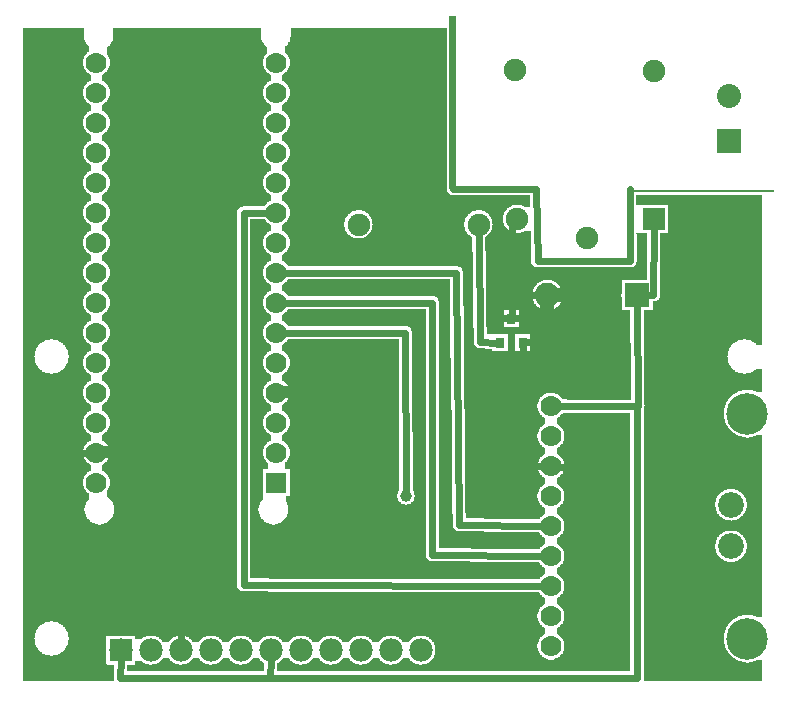
<source format=gtl>
G04 MADE WITH FRITZING*
G04 WWW.FRITZING.ORG*
G04 DOUBLE SIDED*
G04 HOLES PLATED*
G04 CONTOUR ON CENTER OF CONTOUR VECTOR*
%ASAXBY*%
%FSLAX23Y23*%
%MOIN*%
%OFA0B0*%
%SFA1.0B1.0*%
%ADD10C,0.075000*%
%ADD11C,0.070000*%
%ADD12C,0.039370*%
%ADD13C,0.082000*%
%ADD14C,0.080000*%
%ADD15C,0.138425*%
%ADD16C,0.086000*%
%ADD17C,0.078000*%
%ADD18R,0.069972X0.070000*%
%ADD19R,0.075000X0.075000*%
%ADD20R,0.082000X0.082000*%
%ADD21R,0.031496X0.035433*%
%ADD22R,0.078000X0.078000*%
%ADD23C,0.024000*%
%ADD24R,0.001000X0.001000*%
%LNCOPPER1*%
G90*
G70*
G54D10*
X984Y2136D03*
X2252Y1580D03*
X980Y1101D03*
X109Y2133D03*
G54D11*
X886Y701D03*
X886Y801D03*
X886Y901D03*
X886Y1001D03*
X886Y1101D03*
X886Y1201D03*
X886Y1301D03*
X886Y1401D03*
X886Y1501D03*
X886Y1601D03*
X886Y1701D03*
X886Y1801D03*
X886Y1901D03*
X886Y2001D03*
X886Y2101D03*
X286Y701D03*
X286Y801D03*
X286Y901D03*
X286Y1001D03*
X286Y1101D03*
X286Y1201D03*
X286Y1301D03*
X286Y1401D03*
X286Y1501D03*
X286Y1601D03*
X286Y1701D03*
X286Y1801D03*
X286Y1901D03*
X286Y2001D03*
X286Y2101D03*
G54D12*
X1318Y657D03*
G54D10*
X2144Y1579D03*
X2144Y2073D03*
X1683Y2078D03*
X1921Y1517D03*
X1688Y1579D03*
G54D13*
X2087Y1325D03*
X1789Y1325D03*
G54D10*
X1560Y1561D03*
X1160Y1561D03*
G54D14*
X2396Y1839D03*
X2396Y1991D03*
X2396Y1839D03*
X2396Y1991D03*
G54D15*
X2456Y931D03*
G54D16*
X2401Y489D03*
G54D15*
X2456Y181D03*
G54D11*
X1801Y156D03*
X1801Y256D03*
X1801Y356D03*
X1801Y456D03*
X1801Y556D03*
X1801Y656D03*
X1801Y756D03*
X1801Y856D03*
X1801Y956D03*
G54D16*
X2401Y626D03*
G54D17*
X368Y142D03*
X468Y142D03*
X568Y142D03*
X668Y142D03*
X768Y142D03*
X868Y142D03*
X968Y142D03*
X1068Y142D03*
X1168Y142D03*
X1268Y142D03*
X1368Y142D03*
G54D18*
X886Y701D03*
G54D19*
X2144Y1580D03*
G54D20*
X2088Y1325D03*
G54D21*
X1632Y1168D03*
X1707Y1168D03*
X1669Y1246D03*
G54D22*
X368Y142D03*
G54D23*
X1770Y356D02*
X777Y360D01*
D02*
X777Y360D02*
X777Y1600D01*
D02*
X1607Y90D02*
X1607Y270D01*
D02*
X1607Y270D02*
X566Y271D01*
D02*
X1947Y750D02*
X1947Y90D01*
D02*
X1947Y90D02*
X1607Y90D01*
D02*
X777Y1600D02*
X857Y1600D01*
D02*
X1832Y754D02*
X1947Y750D01*
D02*
X566Y271D02*
X216Y271D01*
D02*
X216Y271D02*
X216Y801D01*
D02*
X216Y801D02*
X257Y801D01*
D02*
X567Y172D02*
X566Y271D01*
D02*
X366Y51D02*
X866Y51D01*
D02*
X367Y112D02*
X366Y51D01*
D02*
X866Y51D02*
X867Y112D01*
D02*
X1316Y1201D02*
X1318Y676D01*
D02*
X1495Y561D02*
X1770Y556D01*
D02*
X1406Y461D02*
X1770Y456D01*
D02*
X915Y1201D02*
X1316Y1201D01*
D02*
X915Y1401D02*
X1486Y1401D01*
D02*
X1486Y1401D02*
X1495Y561D01*
D02*
X915Y1301D02*
X1406Y1301D01*
D02*
X1406Y1301D02*
X1406Y461D01*
D02*
X1670Y1258D02*
X1673Y1326D01*
D02*
X1673Y1326D02*
X1757Y1325D01*
D02*
X1633Y1088D02*
X1706Y1090D01*
D02*
X1671Y1551D02*
X1671Y1330D01*
D02*
X1636Y760D02*
X1633Y1088D01*
D02*
X1770Y756D02*
X1636Y760D01*
D02*
X1706Y1090D02*
X1707Y1155D01*
D02*
X2144Y1550D02*
X2143Y1326D01*
D02*
X2143Y1326D02*
X2120Y1325D01*
D02*
X1673Y1555D02*
X1671Y1551D01*
D02*
X1671Y1330D02*
X1757Y1326D01*
D02*
X2091Y955D02*
X1832Y956D01*
D02*
X2087Y955D02*
X1832Y956D01*
D02*
X866Y51D02*
X2087Y51D01*
D02*
X867Y112D02*
X866Y51D01*
D02*
X2087Y51D02*
X2087Y955D01*
D02*
X1560Y1533D02*
X1566Y1170D01*
D02*
X1566Y1170D02*
X1622Y1168D01*
D02*
X1752Y1681D02*
X1757Y1440D01*
D02*
X2066Y1440D02*
X2064Y1681D01*
D02*
X1757Y1440D02*
X2066Y1440D01*
D02*
X1475Y1681D02*
X1752Y1681D01*
D02*
X2088Y1293D02*
X2091Y955D01*
G36*
X934Y2215D02*
X934Y2187D01*
X932Y2187D01*
X932Y2177D01*
X930Y2177D01*
X930Y2171D01*
X928Y2171D01*
X928Y2169D01*
X926Y2169D01*
X926Y2165D01*
X924Y2165D01*
X924Y2161D01*
X922Y2161D01*
X922Y2159D01*
X920Y2159D01*
X920Y2157D01*
X918Y2157D01*
X918Y2155D01*
X916Y2155D01*
X916Y2133D01*
X918Y2133D01*
X918Y2131D01*
X920Y2131D01*
X920Y2129D01*
X922Y2129D01*
X922Y2127D01*
X924Y2127D01*
X924Y2123D01*
X926Y2123D01*
X926Y2119D01*
X928Y2119D01*
X928Y2113D01*
X930Y2113D01*
X930Y2103D01*
X932Y2103D01*
X932Y2099D01*
X930Y2099D01*
X930Y2089D01*
X928Y2089D01*
X928Y2083D01*
X926Y2083D01*
X926Y2079D01*
X924Y2079D01*
X924Y2075D01*
X922Y2075D01*
X922Y2073D01*
X920Y2073D01*
X920Y2071D01*
X918Y2071D01*
X918Y2069D01*
X916Y2069D01*
X916Y2067D01*
X914Y2067D01*
X914Y2065D01*
X912Y2065D01*
X912Y2063D01*
X908Y2063D01*
X908Y2061D01*
X904Y2061D01*
X904Y2041D01*
X908Y2041D01*
X908Y2039D01*
X912Y2039D01*
X912Y2037D01*
X914Y2037D01*
X914Y2035D01*
X916Y2035D01*
X916Y2033D01*
X918Y2033D01*
X918Y2031D01*
X920Y2031D01*
X920Y2029D01*
X922Y2029D01*
X922Y2027D01*
X924Y2027D01*
X924Y2023D01*
X926Y2023D01*
X926Y2019D01*
X928Y2019D01*
X928Y2013D01*
X930Y2013D01*
X930Y2003D01*
X932Y2003D01*
X932Y1999D01*
X930Y1999D01*
X930Y1989D01*
X928Y1989D01*
X928Y1983D01*
X926Y1983D01*
X926Y1979D01*
X924Y1979D01*
X924Y1975D01*
X922Y1975D01*
X922Y1973D01*
X920Y1973D01*
X920Y1971D01*
X918Y1971D01*
X918Y1969D01*
X916Y1969D01*
X916Y1967D01*
X914Y1967D01*
X914Y1965D01*
X912Y1965D01*
X912Y1963D01*
X908Y1963D01*
X908Y1961D01*
X904Y1961D01*
X904Y1941D01*
X908Y1941D01*
X908Y1939D01*
X912Y1939D01*
X912Y1937D01*
X914Y1937D01*
X914Y1935D01*
X916Y1935D01*
X916Y1933D01*
X918Y1933D01*
X918Y1931D01*
X920Y1931D01*
X920Y1929D01*
X922Y1929D01*
X922Y1927D01*
X924Y1927D01*
X924Y1923D01*
X926Y1923D01*
X926Y1919D01*
X928Y1919D01*
X928Y1913D01*
X930Y1913D01*
X930Y1903D01*
X932Y1903D01*
X932Y1899D01*
X930Y1899D01*
X930Y1889D01*
X928Y1889D01*
X928Y1883D01*
X926Y1883D01*
X926Y1879D01*
X924Y1879D01*
X924Y1875D01*
X922Y1875D01*
X922Y1873D01*
X920Y1873D01*
X920Y1871D01*
X918Y1871D01*
X918Y1869D01*
X916Y1869D01*
X916Y1867D01*
X914Y1867D01*
X914Y1865D01*
X912Y1865D01*
X912Y1863D01*
X908Y1863D01*
X908Y1861D01*
X904Y1861D01*
X904Y1841D01*
X908Y1841D01*
X908Y1839D01*
X912Y1839D01*
X912Y1837D01*
X914Y1837D01*
X914Y1835D01*
X916Y1835D01*
X916Y1833D01*
X918Y1833D01*
X918Y1831D01*
X920Y1831D01*
X920Y1829D01*
X922Y1829D01*
X922Y1827D01*
X924Y1827D01*
X924Y1823D01*
X926Y1823D01*
X926Y1819D01*
X928Y1819D01*
X928Y1813D01*
X930Y1813D01*
X930Y1803D01*
X932Y1803D01*
X932Y1799D01*
X930Y1799D01*
X930Y1789D01*
X928Y1789D01*
X928Y1783D01*
X926Y1783D01*
X926Y1779D01*
X924Y1779D01*
X924Y1775D01*
X922Y1775D01*
X922Y1773D01*
X920Y1773D01*
X920Y1771D01*
X918Y1771D01*
X918Y1769D01*
X916Y1769D01*
X916Y1767D01*
X914Y1767D01*
X914Y1765D01*
X912Y1765D01*
X912Y1763D01*
X908Y1763D01*
X908Y1761D01*
X904Y1761D01*
X904Y1741D01*
X908Y1741D01*
X908Y1739D01*
X912Y1739D01*
X912Y1737D01*
X914Y1737D01*
X914Y1735D01*
X916Y1735D01*
X916Y1733D01*
X918Y1733D01*
X918Y1731D01*
X920Y1731D01*
X920Y1729D01*
X922Y1729D01*
X922Y1727D01*
X924Y1727D01*
X924Y1723D01*
X926Y1723D01*
X926Y1719D01*
X928Y1719D01*
X928Y1713D01*
X930Y1713D01*
X930Y1703D01*
X932Y1703D01*
X932Y1699D01*
X930Y1699D01*
X930Y1689D01*
X928Y1689D01*
X928Y1683D01*
X926Y1683D01*
X926Y1679D01*
X924Y1679D01*
X924Y1675D01*
X922Y1675D01*
X922Y1673D01*
X920Y1673D01*
X920Y1671D01*
X918Y1671D01*
X918Y1669D01*
X916Y1669D01*
X916Y1667D01*
X914Y1667D01*
X914Y1665D01*
X912Y1665D01*
X912Y1663D01*
X908Y1663D01*
X908Y1661D01*
X904Y1661D01*
X904Y1641D01*
X908Y1641D01*
X908Y1639D01*
X912Y1639D01*
X912Y1637D01*
X914Y1637D01*
X914Y1635D01*
X916Y1635D01*
X916Y1633D01*
X918Y1633D01*
X918Y1631D01*
X920Y1631D01*
X920Y1629D01*
X922Y1629D01*
X922Y1627D01*
X1698Y1627D01*
X1698Y1625D01*
X1704Y1625D01*
X1704Y1623D01*
X1710Y1623D01*
X1710Y1621D01*
X1712Y1621D01*
X1712Y1619D01*
X1732Y1619D01*
X1732Y1635D01*
X1730Y1635D01*
X1730Y1659D01*
X1474Y1659D01*
X1474Y1661D01*
X1466Y1661D01*
X1466Y1663D01*
X1462Y1663D01*
X1462Y1665D01*
X1460Y1665D01*
X1460Y1667D01*
X1458Y1667D01*
X1458Y1669D01*
X1456Y1669D01*
X1456Y1673D01*
X1454Y1673D01*
X1454Y2215D01*
X934Y2215D01*
G37*
D02*
G36*
X924Y1627D02*
X924Y1623D01*
X926Y1623D01*
X926Y1619D01*
X928Y1619D01*
X928Y1613D01*
X930Y1613D01*
X930Y1609D01*
X1570Y1609D01*
X1570Y1607D01*
X1576Y1607D01*
X1576Y1605D01*
X1580Y1605D01*
X1580Y1603D01*
X1584Y1603D01*
X1584Y1601D01*
X1588Y1601D01*
X1588Y1599D01*
X1590Y1599D01*
X1590Y1597D01*
X1592Y1597D01*
X1592Y1595D01*
X1594Y1595D01*
X1594Y1593D01*
X1596Y1593D01*
X1596Y1591D01*
X1598Y1591D01*
X1598Y1587D01*
X1600Y1587D01*
X1600Y1585D01*
X1602Y1585D01*
X1602Y1581D01*
X1604Y1581D01*
X1604Y1575D01*
X1606Y1575D01*
X1606Y1563D01*
X1608Y1563D01*
X1608Y1561D01*
X1606Y1561D01*
X1606Y1549D01*
X1604Y1549D01*
X1604Y1543D01*
X1602Y1543D01*
X1602Y1539D01*
X1600Y1539D01*
X1600Y1535D01*
X1598Y1535D01*
X1598Y1533D01*
X1676Y1533D01*
X1676Y1535D01*
X1670Y1535D01*
X1670Y1537D01*
X1666Y1537D01*
X1666Y1539D01*
X1662Y1539D01*
X1662Y1541D01*
X1660Y1541D01*
X1660Y1543D01*
X1658Y1543D01*
X1658Y1545D01*
X1654Y1545D01*
X1654Y1549D01*
X1652Y1549D01*
X1652Y1551D01*
X1650Y1551D01*
X1650Y1553D01*
X1648Y1553D01*
X1648Y1557D01*
X1646Y1557D01*
X1646Y1561D01*
X1644Y1561D01*
X1644Y1567D01*
X1642Y1567D01*
X1642Y1575D01*
X1640Y1575D01*
X1640Y1583D01*
X1642Y1583D01*
X1642Y1593D01*
X1644Y1593D01*
X1644Y1599D01*
X1646Y1599D01*
X1646Y1603D01*
X1648Y1603D01*
X1648Y1605D01*
X1650Y1605D01*
X1650Y1609D01*
X1652Y1609D01*
X1652Y1611D01*
X1654Y1611D01*
X1654Y1613D01*
X1656Y1613D01*
X1656Y1615D01*
X1658Y1615D01*
X1658Y1617D01*
X1660Y1617D01*
X1660Y1619D01*
X1664Y1619D01*
X1664Y1621D01*
X1668Y1621D01*
X1668Y1623D01*
X1672Y1623D01*
X1672Y1625D01*
X1680Y1625D01*
X1680Y1627D01*
X924Y1627D01*
G37*
D02*
G36*
X930Y1609D02*
X930Y1603D01*
X932Y1603D01*
X932Y1599D01*
X930Y1599D01*
X930Y1589D01*
X928Y1589D01*
X928Y1583D01*
X926Y1583D01*
X926Y1579D01*
X924Y1579D01*
X924Y1575D01*
X922Y1575D01*
X922Y1573D01*
X920Y1573D01*
X920Y1571D01*
X918Y1571D01*
X918Y1569D01*
X916Y1569D01*
X916Y1567D01*
X914Y1567D01*
X914Y1565D01*
X912Y1565D01*
X912Y1563D01*
X908Y1563D01*
X908Y1561D01*
X904Y1561D01*
X904Y1541D01*
X908Y1541D01*
X908Y1539D01*
X912Y1539D01*
X912Y1537D01*
X914Y1537D01*
X914Y1535D01*
X916Y1535D01*
X916Y1533D01*
X918Y1533D01*
X918Y1531D01*
X920Y1531D01*
X920Y1529D01*
X922Y1529D01*
X922Y1527D01*
X924Y1527D01*
X924Y1523D01*
X926Y1523D01*
X926Y1519D01*
X928Y1519D01*
X928Y1515D01*
X1148Y1515D01*
X1148Y1517D01*
X1142Y1517D01*
X1142Y1519D01*
X1138Y1519D01*
X1138Y1521D01*
X1134Y1521D01*
X1134Y1523D01*
X1132Y1523D01*
X1132Y1525D01*
X1128Y1525D01*
X1128Y1527D01*
X1126Y1527D01*
X1126Y1529D01*
X1124Y1529D01*
X1124Y1531D01*
X1122Y1531D01*
X1122Y1535D01*
X1120Y1535D01*
X1120Y1537D01*
X1118Y1537D01*
X1118Y1541D01*
X1116Y1541D01*
X1116Y1545D01*
X1114Y1545D01*
X1114Y1553D01*
X1112Y1553D01*
X1112Y1571D01*
X1114Y1571D01*
X1114Y1577D01*
X1116Y1577D01*
X1116Y1583D01*
X1118Y1583D01*
X1118Y1585D01*
X1120Y1585D01*
X1120Y1589D01*
X1122Y1589D01*
X1122Y1591D01*
X1124Y1591D01*
X1124Y1595D01*
X1126Y1595D01*
X1126Y1597D01*
X1130Y1597D01*
X1130Y1599D01*
X1132Y1599D01*
X1132Y1601D01*
X1134Y1601D01*
X1134Y1603D01*
X1138Y1603D01*
X1138Y1605D01*
X1142Y1605D01*
X1142Y1607D01*
X1150Y1607D01*
X1150Y1609D01*
X930Y1609D01*
G37*
D02*
G36*
X1170Y1609D02*
X1170Y1607D01*
X1176Y1607D01*
X1176Y1605D01*
X1180Y1605D01*
X1180Y1603D01*
X1184Y1603D01*
X1184Y1601D01*
X1188Y1601D01*
X1188Y1599D01*
X1190Y1599D01*
X1190Y1597D01*
X1192Y1597D01*
X1192Y1595D01*
X1194Y1595D01*
X1194Y1593D01*
X1196Y1593D01*
X1196Y1591D01*
X1198Y1591D01*
X1198Y1587D01*
X1200Y1587D01*
X1200Y1585D01*
X1202Y1585D01*
X1202Y1581D01*
X1204Y1581D01*
X1204Y1575D01*
X1206Y1575D01*
X1206Y1563D01*
X1208Y1563D01*
X1208Y1561D01*
X1206Y1561D01*
X1206Y1549D01*
X1204Y1549D01*
X1204Y1543D01*
X1202Y1543D01*
X1202Y1539D01*
X1200Y1539D01*
X1200Y1535D01*
X1198Y1535D01*
X1198Y1533D01*
X1196Y1533D01*
X1196Y1531D01*
X1194Y1531D01*
X1194Y1529D01*
X1192Y1529D01*
X1192Y1527D01*
X1190Y1527D01*
X1190Y1525D01*
X1188Y1525D01*
X1188Y1523D01*
X1186Y1523D01*
X1186Y1521D01*
X1182Y1521D01*
X1182Y1519D01*
X1178Y1519D01*
X1178Y1517D01*
X1172Y1517D01*
X1172Y1515D01*
X1538Y1515D01*
X1538Y1521D01*
X1534Y1521D01*
X1534Y1523D01*
X1532Y1523D01*
X1532Y1525D01*
X1528Y1525D01*
X1528Y1527D01*
X1526Y1527D01*
X1526Y1529D01*
X1524Y1529D01*
X1524Y1531D01*
X1522Y1531D01*
X1522Y1535D01*
X1520Y1535D01*
X1520Y1537D01*
X1518Y1537D01*
X1518Y1541D01*
X1516Y1541D01*
X1516Y1545D01*
X1514Y1545D01*
X1514Y1553D01*
X1512Y1553D01*
X1512Y1571D01*
X1514Y1571D01*
X1514Y1577D01*
X1516Y1577D01*
X1516Y1583D01*
X1518Y1583D01*
X1518Y1585D01*
X1520Y1585D01*
X1520Y1589D01*
X1522Y1589D01*
X1522Y1591D01*
X1524Y1591D01*
X1524Y1595D01*
X1526Y1595D01*
X1526Y1597D01*
X1530Y1597D01*
X1530Y1599D01*
X1532Y1599D01*
X1532Y1601D01*
X1534Y1601D01*
X1534Y1603D01*
X1538Y1603D01*
X1538Y1605D01*
X1542Y1605D01*
X1542Y1607D01*
X1550Y1607D01*
X1550Y1609D01*
X1170Y1609D01*
G37*
D02*
G36*
X1714Y1541D02*
X1714Y1539D01*
X1710Y1539D01*
X1710Y1537D01*
X1708Y1537D01*
X1708Y1535D01*
X1700Y1535D01*
X1700Y1533D01*
X1734Y1533D01*
X1734Y1541D01*
X1714Y1541D01*
G37*
D02*
G36*
X1596Y1533D02*
X1596Y1531D01*
X1734Y1531D01*
X1734Y1533D01*
X1596Y1533D01*
G37*
D02*
G36*
X1596Y1533D02*
X1596Y1531D01*
X1734Y1531D01*
X1734Y1533D01*
X1596Y1533D01*
G37*
D02*
G36*
X2086Y1533D02*
X2086Y1531D01*
X2088Y1531D01*
X2088Y1435D01*
X2086Y1435D01*
X2086Y1429D01*
X2084Y1429D01*
X2084Y1427D01*
X2082Y1427D01*
X2082Y1425D01*
X2080Y1425D01*
X2080Y1423D01*
X2078Y1423D01*
X2078Y1421D01*
X2074Y1421D01*
X2074Y1419D01*
X2122Y1419D01*
X2122Y1533D01*
X2086Y1533D01*
G37*
D02*
G36*
X1594Y1531D02*
X1594Y1529D01*
X1592Y1529D01*
X1592Y1527D01*
X1590Y1527D01*
X1590Y1525D01*
X1588Y1525D01*
X1588Y1523D01*
X1586Y1523D01*
X1586Y1521D01*
X1582Y1521D01*
X1582Y1473D01*
X1584Y1473D01*
X1584Y1419D01*
X1748Y1419D01*
X1748Y1421D01*
X1744Y1421D01*
X1744Y1423D01*
X1742Y1423D01*
X1742Y1425D01*
X1740Y1425D01*
X1740Y1427D01*
X1738Y1427D01*
X1738Y1431D01*
X1736Y1431D01*
X1736Y1445D01*
X1734Y1445D01*
X1734Y1531D01*
X1594Y1531D01*
G37*
D02*
G36*
X928Y1515D02*
X928Y1513D01*
X1538Y1513D01*
X1538Y1515D01*
X928Y1515D01*
G37*
D02*
G36*
X928Y1515D02*
X928Y1513D01*
X1538Y1513D01*
X1538Y1515D01*
X928Y1515D01*
G37*
D02*
G36*
X930Y1513D02*
X930Y1503D01*
X932Y1503D01*
X932Y1499D01*
X930Y1499D01*
X930Y1489D01*
X928Y1489D01*
X928Y1483D01*
X926Y1483D01*
X926Y1479D01*
X924Y1479D01*
X924Y1475D01*
X922Y1475D01*
X922Y1473D01*
X920Y1473D01*
X920Y1471D01*
X918Y1471D01*
X918Y1469D01*
X916Y1469D01*
X916Y1467D01*
X914Y1467D01*
X914Y1465D01*
X912Y1465D01*
X912Y1463D01*
X908Y1463D01*
X908Y1461D01*
X904Y1461D01*
X904Y1441D01*
X908Y1441D01*
X908Y1439D01*
X912Y1439D01*
X912Y1437D01*
X914Y1437D01*
X914Y1435D01*
X916Y1435D01*
X916Y1433D01*
X918Y1433D01*
X918Y1431D01*
X920Y1431D01*
X920Y1429D01*
X922Y1429D01*
X922Y1427D01*
X924Y1427D01*
X924Y1423D01*
X1492Y1423D01*
X1492Y1421D01*
X1496Y1421D01*
X1496Y1419D01*
X1500Y1419D01*
X1500Y1417D01*
X1502Y1417D01*
X1502Y1415D01*
X1504Y1415D01*
X1504Y1411D01*
X1506Y1411D01*
X1506Y1407D01*
X1508Y1407D01*
X1508Y1289D01*
X1510Y1289D01*
X1510Y1141D01*
X1606Y1141D01*
X1606Y1147D01*
X1582Y1147D01*
X1582Y1149D01*
X1558Y1149D01*
X1558Y1151D01*
X1554Y1151D01*
X1554Y1153D01*
X1552Y1153D01*
X1552Y1155D01*
X1550Y1155D01*
X1550Y1157D01*
X1548Y1157D01*
X1548Y1159D01*
X1546Y1159D01*
X1546Y1163D01*
X1544Y1163D01*
X1544Y1217D01*
X1542Y1217D01*
X1542Y1345D01*
X1540Y1345D01*
X1540Y1471D01*
X1538Y1471D01*
X1538Y1513D01*
X930Y1513D01*
G37*
D02*
G36*
X1584Y1419D02*
X1584Y1417D01*
X2122Y1417D01*
X2122Y1419D01*
X1584Y1419D01*
G37*
D02*
G36*
X1584Y1419D02*
X1584Y1417D01*
X2122Y1417D01*
X2122Y1419D01*
X1584Y1419D01*
G37*
D02*
G36*
X1584Y1417D02*
X1584Y1377D01*
X1796Y1377D01*
X1796Y1375D01*
X1806Y1375D01*
X1806Y1373D01*
X1810Y1373D01*
X1810Y1371D01*
X1814Y1371D01*
X1814Y1369D01*
X1818Y1369D01*
X1818Y1367D01*
X1820Y1367D01*
X1820Y1365D01*
X1822Y1365D01*
X1822Y1363D01*
X1826Y1363D01*
X1826Y1359D01*
X1828Y1359D01*
X1828Y1357D01*
X1830Y1357D01*
X1830Y1355D01*
X1832Y1355D01*
X1832Y1351D01*
X1834Y1351D01*
X1834Y1349D01*
X1836Y1349D01*
X1836Y1343D01*
X1838Y1343D01*
X1838Y1337D01*
X1840Y1337D01*
X1840Y1313D01*
X1838Y1313D01*
X1838Y1307D01*
X1836Y1307D01*
X1836Y1303D01*
X1834Y1303D01*
X1834Y1299D01*
X1832Y1299D01*
X1832Y1297D01*
X1830Y1297D01*
X1830Y1293D01*
X1828Y1293D01*
X1828Y1291D01*
X1826Y1291D01*
X1826Y1289D01*
X1824Y1289D01*
X1824Y1287D01*
X1822Y1287D01*
X1822Y1285D01*
X1818Y1285D01*
X1818Y1283D01*
X1816Y1283D01*
X1816Y1281D01*
X1812Y1281D01*
X1812Y1279D01*
X1808Y1279D01*
X1808Y1277D01*
X1802Y1277D01*
X1802Y1275D01*
X2038Y1275D01*
X2038Y1319D01*
X2036Y1319D01*
X2036Y1331D01*
X2038Y1331D01*
X2038Y1377D01*
X2122Y1377D01*
X2122Y1417D01*
X1584Y1417D01*
G37*
D02*
G36*
X1584Y1377D02*
X1584Y1345D01*
X1586Y1345D01*
X1586Y1219D01*
X1644Y1219D01*
X1644Y1275D01*
X1778Y1275D01*
X1778Y1277D01*
X1772Y1277D01*
X1772Y1279D01*
X1766Y1279D01*
X1766Y1281D01*
X1764Y1281D01*
X1764Y1283D01*
X1760Y1283D01*
X1760Y1285D01*
X1758Y1285D01*
X1758Y1287D01*
X1756Y1287D01*
X1756Y1289D01*
X1752Y1289D01*
X1752Y1293D01*
X1750Y1293D01*
X1750Y1295D01*
X1748Y1295D01*
X1748Y1297D01*
X1746Y1297D01*
X1746Y1301D01*
X1744Y1301D01*
X1744Y1305D01*
X1742Y1305D01*
X1742Y1309D01*
X1740Y1309D01*
X1740Y1319D01*
X1738Y1319D01*
X1738Y1331D01*
X1740Y1331D01*
X1740Y1341D01*
X1742Y1341D01*
X1742Y1347D01*
X1744Y1347D01*
X1744Y1349D01*
X1746Y1349D01*
X1746Y1353D01*
X1748Y1353D01*
X1748Y1357D01*
X1750Y1357D01*
X1750Y1359D01*
X1752Y1359D01*
X1752Y1361D01*
X1754Y1361D01*
X1754Y1363D01*
X1756Y1363D01*
X1756Y1365D01*
X1758Y1365D01*
X1758Y1367D01*
X1762Y1367D01*
X1762Y1369D01*
X1766Y1369D01*
X1766Y1371D01*
X1768Y1371D01*
X1768Y1373D01*
X1774Y1373D01*
X1774Y1375D01*
X1784Y1375D01*
X1784Y1377D01*
X1584Y1377D01*
G37*
D02*
G36*
X1694Y1275D02*
X1694Y1273D01*
X2066Y1273D01*
X2066Y1275D01*
X1694Y1275D01*
G37*
D02*
G36*
X1694Y1275D02*
X1694Y1273D01*
X2066Y1273D01*
X2066Y1275D01*
X1694Y1275D01*
G37*
D02*
G36*
X1696Y1273D02*
X1696Y1219D01*
X2066Y1219D01*
X2066Y1273D01*
X1696Y1273D01*
G37*
D02*
G36*
X1588Y1219D02*
X1588Y1217D01*
X2066Y1217D01*
X2066Y1219D01*
X1588Y1219D01*
G37*
D02*
G36*
X1588Y1219D02*
X1588Y1217D01*
X2066Y1217D01*
X2066Y1219D01*
X1588Y1219D01*
G37*
D02*
G36*
X1588Y1217D02*
X1588Y1195D01*
X1732Y1195D01*
X1732Y1141D01*
X2068Y1141D01*
X2068Y1167D01*
X2066Y1167D01*
X2066Y1217D01*
X1588Y1217D01*
G37*
D02*
G36*
X1658Y1195D02*
X1658Y1141D01*
X1682Y1141D01*
X1682Y1195D01*
X1658Y1195D01*
G37*
D02*
G36*
X1510Y1141D02*
X1510Y1139D01*
X2068Y1139D01*
X2068Y1141D01*
X1510Y1141D01*
G37*
D02*
G36*
X1510Y1141D02*
X1510Y1139D01*
X2068Y1139D01*
X2068Y1141D01*
X1510Y1141D01*
G37*
D02*
G36*
X1510Y1141D02*
X1510Y1139D01*
X2068Y1139D01*
X2068Y1141D01*
X1510Y1141D01*
G37*
D02*
G36*
X1510Y1139D02*
X1510Y1117D01*
X1512Y1117D01*
X1512Y1001D01*
X1810Y1001D01*
X1810Y999D01*
X1816Y999D01*
X1816Y997D01*
X1822Y997D01*
X1822Y995D01*
X1824Y995D01*
X1824Y993D01*
X1828Y993D01*
X1828Y991D01*
X1830Y991D01*
X1830Y989D01*
X1832Y989D01*
X1832Y987D01*
X1834Y987D01*
X1834Y985D01*
X1836Y985D01*
X1836Y983D01*
X1838Y983D01*
X1838Y981D01*
X1840Y981D01*
X1840Y979D01*
X1854Y979D01*
X1854Y977D01*
X2068Y977D01*
X2068Y1139D01*
X1510Y1139D01*
G37*
D02*
G36*
X1512Y1001D02*
X1512Y945D01*
X1514Y945D01*
X1514Y771D01*
X1516Y771D01*
X1516Y599D01*
X1518Y599D01*
X1518Y583D01*
X1578Y583D01*
X1578Y581D01*
X1690Y581D01*
X1690Y579D01*
X1764Y579D01*
X1764Y583D01*
X1766Y583D01*
X1766Y585D01*
X1768Y585D01*
X1768Y587D01*
X1770Y587D01*
X1770Y589D01*
X1772Y589D01*
X1772Y591D01*
X1774Y591D01*
X1774Y593D01*
X1778Y593D01*
X1778Y595D01*
X1780Y595D01*
X1780Y597D01*
X1782Y597D01*
X1782Y617D01*
X1778Y617D01*
X1778Y619D01*
X1774Y619D01*
X1774Y621D01*
X1772Y621D01*
X1772Y623D01*
X1770Y623D01*
X1770Y625D01*
X1768Y625D01*
X1768Y627D01*
X1766Y627D01*
X1766Y629D01*
X1764Y629D01*
X1764Y633D01*
X1762Y633D01*
X1762Y637D01*
X1760Y637D01*
X1760Y641D01*
X1758Y641D01*
X1758Y649D01*
X1756Y649D01*
X1756Y663D01*
X1758Y663D01*
X1758Y671D01*
X1760Y671D01*
X1760Y675D01*
X1762Y675D01*
X1762Y679D01*
X1764Y679D01*
X1764Y683D01*
X1766Y683D01*
X1766Y685D01*
X1768Y685D01*
X1768Y687D01*
X1770Y687D01*
X1770Y689D01*
X1772Y689D01*
X1772Y691D01*
X1774Y691D01*
X1774Y693D01*
X1778Y693D01*
X1778Y695D01*
X1780Y695D01*
X1780Y697D01*
X1782Y697D01*
X1782Y717D01*
X1778Y717D01*
X1778Y719D01*
X1774Y719D01*
X1774Y721D01*
X1772Y721D01*
X1772Y723D01*
X1770Y723D01*
X1770Y725D01*
X1768Y725D01*
X1768Y727D01*
X1766Y727D01*
X1766Y729D01*
X1764Y729D01*
X1764Y733D01*
X1762Y733D01*
X1762Y737D01*
X1760Y737D01*
X1760Y741D01*
X1758Y741D01*
X1758Y749D01*
X1756Y749D01*
X1756Y763D01*
X1758Y763D01*
X1758Y771D01*
X1760Y771D01*
X1760Y775D01*
X1762Y775D01*
X1762Y779D01*
X1764Y779D01*
X1764Y783D01*
X1766Y783D01*
X1766Y785D01*
X1768Y785D01*
X1768Y787D01*
X1770Y787D01*
X1770Y789D01*
X1772Y789D01*
X1772Y791D01*
X1774Y791D01*
X1774Y793D01*
X1778Y793D01*
X1778Y795D01*
X1780Y795D01*
X1780Y797D01*
X1782Y797D01*
X1782Y817D01*
X1778Y817D01*
X1778Y819D01*
X1774Y819D01*
X1774Y821D01*
X1772Y821D01*
X1772Y823D01*
X1770Y823D01*
X1770Y825D01*
X1768Y825D01*
X1768Y827D01*
X1766Y827D01*
X1766Y829D01*
X1764Y829D01*
X1764Y833D01*
X1762Y833D01*
X1762Y837D01*
X1760Y837D01*
X1760Y841D01*
X1758Y841D01*
X1758Y849D01*
X1756Y849D01*
X1756Y863D01*
X1758Y863D01*
X1758Y871D01*
X1760Y871D01*
X1760Y875D01*
X1762Y875D01*
X1762Y879D01*
X1764Y879D01*
X1764Y883D01*
X1766Y883D01*
X1766Y885D01*
X1768Y885D01*
X1768Y887D01*
X1770Y887D01*
X1770Y889D01*
X1772Y889D01*
X1772Y891D01*
X1774Y891D01*
X1774Y893D01*
X1778Y893D01*
X1778Y895D01*
X1780Y895D01*
X1780Y897D01*
X1782Y897D01*
X1782Y917D01*
X1778Y917D01*
X1778Y919D01*
X1774Y919D01*
X1774Y921D01*
X1772Y921D01*
X1772Y923D01*
X1770Y923D01*
X1770Y925D01*
X1768Y925D01*
X1768Y927D01*
X1766Y927D01*
X1766Y929D01*
X1764Y929D01*
X1764Y933D01*
X1762Y933D01*
X1762Y937D01*
X1760Y937D01*
X1760Y941D01*
X1758Y941D01*
X1758Y949D01*
X1756Y949D01*
X1756Y963D01*
X1758Y963D01*
X1758Y971D01*
X1760Y971D01*
X1760Y975D01*
X1762Y975D01*
X1762Y979D01*
X1764Y979D01*
X1764Y983D01*
X1766Y983D01*
X1766Y985D01*
X1768Y985D01*
X1768Y987D01*
X1770Y987D01*
X1770Y989D01*
X1772Y989D01*
X1772Y991D01*
X1774Y991D01*
X1774Y993D01*
X1778Y993D01*
X1778Y995D01*
X1780Y995D01*
X1780Y997D01*
X1786Y997D01*
X1786Y999D01*
X1792Y999D01*
X1792Y1001D01*
X1512Y1001D01*
G37*
D02*
G36*
X2086Y1659D02*
X2086Y1627D01*
X2192Y1627D01*
X2192Y1533D01*
X2166Y1533D01*
X2166Y1325D01*
X2164Y1325D01*
X2164Y1317D01*
X2162Y1317D01*
X2162Y1313D01*
X2160Y1313D01*
X2160Y1311D01*
X2158Y1311D01*
X2158Y1309D01*
X2156Y1309D01*
X2156Y1307D01*
X2152Y1307D01*
X2152Y1305D01*
X2142Y1305D01*
X2142Y1303D01*
X2140Y1303D01*
X2140Y1275D01*
X2110Y1275D01*
X2110Y1179D01*
X2450Y1179D01*
X2450Y1177D01*
X2462Y1177D01*
X2462Y1175D01*
X2468Y1175D01*
X2468Y1173D01*
X2472Y1173D01*
X2472Y1171D01*
X2476Y1171D01*
X2476Y1169D01*
X2478Y1169D01*
X2478Y1167D01*
X2482Y1167D01*
X2482Y1165D01*
X2484Y1165D01*
X2484Y1163D01*
X2486Y1163D01*
X2486Y1161D01*
X2506Y1161D01*
X2506Y1659D01*
X2086Y1659D01*
G37*
D02*
G36*
X2110Y1179D02*
X2110Y1169D01*
X2112Y1169D01*
X2112Y1063D01*
X2442Y1063D01*
X2442Y1065D01*
X2432Y1065D01*
X2432Y1067D01*
X2426Y1067D01*
X2426Y1069D01*
X2420Y1069D01*
X2420Y1071D01*
X2416Y1071D01*
X2416Y1073D01*
X2414Y1073D01*
X2414Y1075D01*
X2410Y1075D01*
X2410Y1077D01*
X2408Y1077D01*
X2408Y1079D01*
X2406Y1079D01*
X2406Y1081D01*
X2404Y1081D01*
X2404Y1083D01*
X2402Y1083D01*
X2402Y1087D01*
X2400Y1087D01*
X2400Y1089D01*
X2398Y1089D01*
X2398Y1093D01*
X2396Y1093D01*
X2396Y1095D01*
X2394Y1095D01*
X2394Y1101D01*
X2392Y1101D01*
X2392Y1107D01*
X2390Y1107D01*
X2390Y1119D01*
X2388Y1119D01*
X2388Y1123D01*
X2390Y1123D01*
X2390Y1135D01*
X2392Y1135D01*
X2392Y1141D01*
X2394Y1141D01*
X2394Y1147D01*
X2396Y1147D01*
X2396Y1149D01*
X2398Y1149D01*
X2398Y1153D01*
X2400Y1153D01*
X2400Y1157D01*
X2402Y1157D01*
X2402Y1159D01*
X2404Y1159D01*
X2404Y1161D01*
X2406Y1161D01*
X2406Y1163D01*
X2408Y1163D01*
X2408Y1165D01*
X2410Y1165D01*
X2410Y1167D01*
X2414Y1167D01*
X2414Y1169D01*
X2416Y1169D01*
X2416Y1171D01*
X2420Y1171D01*
X2420Y1173D01*
X2426Y1173D01*
X2426Y1175D01*
X2430Y1175D01*
X2430Y1177D01*
X2442Y1177D01*
X2442Y1179D01*
X2110Y1179D01*
G37*
D02*
G36*
X2486Y1081D02*
X2486Y1079D01*
X2484Y1079D01*
X2484Y1077D01*
X2482Y1077D01*
X2482Y1075D01*
X2478Y1075D01*
X2478Y1073D01*
X2476Y1073D01*
X2476Y1071D01*
X2472Y1071D01*
X2472Y1069D01*
X2468Y1069D01*
X2468Y1067D01*
X2462Y1067D01*
X2462Y1065D01*
X2450Y1065D01*
X2450Y1063D01*
X2506Y1063D01*
X2506Y1081D01*
X2486Y1081D01*
G37*
D02*
G36*
X2112Y1063D02*
X2112Y1061D01*
X2506Y1061D01*
X2506Y1063D01*
X2112Y1063D01*
G37*
D02*
G36*
X2112Y1063D02*
X2112Y1061D01*
X2506Y1061D01*
X2506Y1063D01*
X2112Y1063D01*
G37*
D02*
G36*
X2112Y1061D02*
X2112Y1011D01*
X2460Y1011D01*
X2460Y1009D01*
X2474Y1009D01*
X2474Y1007D01*
X2482Y1007D01*
X2482Y1005D01*
X2486Y1005D01*
X2486Y1003D01*
X2506Y1003D01*
X2506Y1061D01*
X2112Y1061D01*
G37*
D02*
G36*
X2112Y1011D02*
X2112Y959D01*
X2114Y959D01*
X2114Y955D01*
X2112Y955D01*
X2112Y947D01*
X2110Y947D01*
X2110Y851D01*
X2452Y851D01*
X2452Y853D01*
X2438Y853D01*
X2438Y855D01*
X2432Y855D01*
X2432Y857D01*
X2426Y857D01*
X2426Y859D01*
X2422Y859D01*
X2422Y861D01*
X2418Y861D01*
X2418Y863D01*
X2414Y863D01*
X2414Y865D01*
X2412Y865D01*
X2412Y867D01*
X2408Y867D01*
X2408Y869D01*
X2406Y869D01*
X2406Y871D01*
X2404Y871D01*
X2404Y873D01*
X2402Y873D01*
X2402Y875D01*
X2400Y875D01*
X2400Y877D01*
X2398Y877D01*
X2398Y879D01*
X2396Y879D01*
X2396Y881D01*
X2394Y881D01*
X2394Y883D01*
X2392Y883D01*
X2392Y887D01*
X2390Y887D01*
X2390Y889D01*
X2388Y889D01*
X2388Y893D01*
X2386Y893D01*
X2386Y897D01*
X2384Y897D01*
X2384Y901D01*
X2382Y901D01*
X2382Y907D01*
X2380Y907D01*
X2380Y913D01*
X2378Y913D01*
X2378Y949D01*
X2380Y949D01*
X2380Y955D01*
X2382Y955D01*
X2382Y961D01*
X2384Y961D01*
X2384Y965D01*
X2386Y965D01*
X2386Y969D01*
X2388Y969D01*
X2388Y973D01*
X2390Y973D01*
X2390Y975D01*
X2392Y975D01*
X2392Y979D01*
X2394Y979D01*
X2394Y981D01*
X2396Y981D01*
X2396Y983D01*
X2398Y983D01*
X2398Y985D01*
X2400Y985D01*
X2400Y987D01*
X2402Y987D01*
X2402Y989D01*
X2404Y989D01*
X2404Y991D01*
X2406Y991D01*
X2406Y993D01*
X2408Y993D01*
X2408Y995D01*
X2412Y995D01*
X2412Y997D01*
X2414Y997D01*
X2414Y999D01*
X2418Y999D01*
X2418Y1001D01*
X2422Y1001D01*
X2422Y1003D01*
X2426Y1003D01*
X2426Y1005D01*
X2430Y1005D01*
X2430Y1007D01*
X2438Y1007D01*
X2438Y1009D01*
X2452Y1009D01*
X2452Y1011D01*
X2112Y1011D01*
G37*
D02*
G36*
X2486Y859D02*
X2486Y857D01*
X2482Y857D01*
X2482Y855D01*
X2474Y855D01*
X2474Y853D01*
X2460Y853D01*
X2460Y851D01*
X2506Y851D01*
X2506Y859D01*
X2486Y859D01*
G37*
D02*
G36*
X2110Y851D02*
X2110Y849D01*
X2506Y849D01*
X2506Y851D01*
X2110Y851D01*
G37*
D02*
G36*
X2110Y851D02*
X2110Y849D01*
X2506Y849D01*
X2506Y851D01*
X2110Y851D01*
G37*
D02*
G36*
X2110Y849D02*
X2110Y679D01*
X2414Y679D01*
X2414Y677D01*
X2422Y677D01*
X2422Y675D01*
X2424Y675D01*
X2424Y673D01*
X2428Y673D01*
X2428Y671D01*
X2432Y671D01*
X2432Y669D01*
X2434Y669D01*
X2434Y667D01*
X2436Y667D01*
X2436Y665D01*
X2438Y665D01*
X2438Y663D01*
X2440Y663D01*
X2440Y661D01*
X2442Y661D01*
X2442Y659D01*
X2444Y659D01*
X2444Y657D01*
X2446Y657D01*
X2446Y653D01*
X2448Y653D01*
X2448Y649D01*
X2450Y649D01*
X2450Y645D01*
X2452Y645D01*
X2452Y637D01*
X2454Y637D01*
X2454Y617D01*
X2452Y617D01*
X2452Y609D01*
X2450Y609D01*
X2450Y605D01*
X2448Y605D01*
X2448Y601D01*
X2446Y601D01*
X2446Y597D01*
X2444Y597D01*
X2444Y595D01*
X2442Y595D01*
X2442Y593D01*
X2440Y593D01*
X2440Y589D01*
X2436Y589D01*
X2436Y587D01*
X2434Y587D01*
X2434Y585D01*
X2432Y585D01*
X2432Y583D01*
X2428Y583D01*
X2428Y581D01*
X2426Y581D01*
X2426Y579D01*
X2422Y579D01*
X2422Y577D01*
X2416Y577D01*
X2416Y575D01*
X2404Y575D01*
X2404Y573D01*
X2506Y573D01*
X2506Y849D01*
X2110Y849D01*
G37*
D02*
G36*
X2110Y679D02*
X2110Y573D01*
X2400Y573D01*
X2400Y575D01*
X2386Y575D01*
X2386Y577D01*
X2380Y577D01*
X2380Y579D01*
X2378Y579D01*
X2378Y581D01*
X2374Y581D01*
X2374Y583D01*
X2370Y583D01*
X2370Y585D01*
X2368Y585D01*
X2368Y587D01*
X2366Y587D01*
X2366Y589D01*
X2364Y589D01*
X2364Y591D01*
X2362Y591D01*
X2362Y593D01*
X2360Y593D01*
X2360Y595D01*
X2358Y595D01*
X2358Y597D01*
X2356Y597D01*
X2356Y601D01*
X2354Y601D01*
X2354Y605D01*
X2352Y605D01*
X2352Y611D01*
X2350Y611D01*
X2350Y619D01*
X2348Y619D01*
X2348Y635D01*
X2350Y635D01*
X2350Y643D01*
X2352Y643D01*
X2352Y649D01*
X2354Y649D01*
X2354Y653D01*
X2356Y653D01*
X2356Y655D01*
X2358Y655D01*
X2358Y659D01*
X2360Y659D01*
X2360Y661D01*
X2362Y661D01*
X2362Y663D01*
X2364Y663D01*
X2364Y665D01*
X2366Y665D01*
X2366Y667D01*
X2368Y667D01*
X2368Y669D01*
X2370Y669D01*
X2370Y671D01*
X2374Y671D01*
X2374Y673D01*
X2378Y673D01*
X2378Y675D01*
X2382Y675D01*
X2382Y677D01*
X2388Y677D01*
X2388Y679D01*
X2110Y679D01*
G37*
D02*
G36*
X2110Y573D02*
X2110Y571D01*
X2506Y571D01*
X2506Y573D01*
X2110Y573D01*
G37*
D02*
G36*
X2110Y573D02*
X2110Y571D01*
X2506Y571D01*
X2506Y573D01*
X2110Y573D01*
G37*
D02*
G36*
X2110Y571D02*
X2110Y543D01*
X2402Y543D01*
X2402Y541D01*
X2416Y541D01*
X2416Y539D01*
X2422Y539D01*
X2422Y537D01*
X2426Y537D01*
X2426Y535D01*
X2428Y535D01*
X2428Y533D01*
X2432Y533D01*
X2432Y531D01*
X2434Y531D01*
X2434Y529D01*
X2436Y529D01*
X2436Y527D01*
X2440Y527D01*
X2440Y523D01*
X2442Y523D01*
X2442Y521D01*
X2444Y521D01*
X2444Y519D01*
X2446Y519D01*
X2446Y515D01*
X2448Y515D01*
X2448Y511D01*
X2450Y511D01*
X2450Y507D01*
X2452Y507D01*
X2452Y499D01*
X2454Y499D01*
X2454Y479D01*
X2452Y479D01*
X2452Y471D01*
X2450Y471D01*
X2450Y467D01*
X2448Y467D01*
X2448Y463D01*
X2446Y463D01*
X2446Y459D01*
X2444Y459D01*
X2444Y457D01*
X2442Y457D01*
X2442Y455D01*
X2440Y455D01*
X2440Y453D01*
X2438Y453D01*
X2438Y451D01*
X2436Y451D01*
X2436Y449D01*
X2434Y449D01*
X2434Y447D01*
X2432Y447D01*
X2432Y445D01*
X2428Y445D01*
X2428Y443D01*
X2424Y443D01*
X2424Y441D01*
X2422Y441D01*
X2422Y439D01*
X2414Y439D01*
X2414Y437D01*
X2506Y437D01*
X2506Y571D01*
X2110Y571D01*
G37*
D02*
G36*
X2110Y543D02*
X2110Y437D01*
X2388Y437D01*
X2388Y439D01*
X2382Y439D01*
X2382Y441D01*
X2378Y441D01*
X2378Y443D01*
X2374Y443D01*
X2374Y445D01*
X2370Y445D01*
X2370Y447D01*
X2368Y447D01*
X2368Y449D01*
X2366Y449D01*
X2366Y451D01*
X2364Y451D01*
X2364Y453D01*
X2362Y453D01*
X2362Y455D01*
X2360Y455D01*
X2360Y457D01*
X2358Y457D01*
X2358Y461D01*
X2356Y461D01*
X2356Y463D01*
X2354Y463D01*
X2354Y467D01*
X2352Y467D01*
X2352Y473D01*
X2350Y473D01*
X2350Y481D01*
X2348Y481D01*
X2348Y497D01*
X2350Y497D01*
X2350Y505D01*
X2352Y505D01*
X2352Y511D01*
X2354Y511D01*
X2354Y515D01*
X2356Y515D01*
X2356Y519D01*
X2358Y519D01*
X2358Y521D01*
X2360Y521D01*
X2360Y523D01*
X2362Y523D01*
X2362Y525D01*
X2364Y525D01*
X2364Y527D01*
X2366Y527D01*
X2366Y529D01*
X2368Y529D01*
X2368Y531D01*
X2370Y531D01*
X2370Y533D01*
X2374Y533D01*
X2374Y535D01*
X2378Y535D01*
X2378Y537D01*
X2380Y537D01*
X2380Y539D01*
X2386Y539D01*
X2386Y541D01*
X2400Y541D01*
X2400Y543D01*
X2110Y543D01*
G37*
D02*
G36*
X2110Y437D02*
X2110Y435D01*
X2506Y435D01*
X2506Y437D01*
X2110Y437D01*
G37*
D02*
G36*
X2110Y437D02*
X2110Y435D01*
X2506Y435D01*
X2506Y437D01*
X2110Y437D01*
G37*
D02*
G36*
X2110Y435D02*
X2110Y261D01*
X2460Y261D01*
X2460Y259D01*
X2474Y259D01*
X2474Y257D01*
X2482Y257D01*
X2482Y255D01*
X2486Y255D01*
X2486Y253D01*
X2506Y253D01*
X2506Y435D01*
X2110Y435D01*
G37*
D02*
G36*
X2110Y261D02*
X2110Y101D01*
X2452Y101D01*
X2452Y103D01*
X2438Y103D01*
X2438Y105D01*
X2432Y105D01*
X2432Y107D01*
X2426Y107D01*
X2426Y109D01*
X2422Y109D01*
X2422Y111D01*
X2418Y111D01*
X2418Y113D01*
X2414Y113D01*
X2414Y115D01*
X2412Y115D01*
X2412Y117D01*
X2408Y117D01*
X2408Y119D01*
X2406Y119D01*
X2406Y121D01*
X2404Y121D01*
X2404Y123D01*
X2402Y123D01*
X2402Y125D01*
X2400Y125D01*
X2400Y127D01*
X2398Y127D01*
X2398Y129D01*
X2396Y129D01*
X2396Y131D01*
X2394Y131D01*
X2394Y133D01*
X2392Y133D01*
X2392Y137D01*
X2390Y137D01*
X2390Y139D01*
X2388Y139D01*
X2388Y143D01*
X2386Y143D01*
X2386Y147D01*
X2384Y147D01*
X2384Y151D01*
X2382Y151D01*
X2382Y157D01*
X2380Y157D01*
X2380Y163D01*
X2378Y163D01*
X2378Y199D01*
X2380Y199D01*
X2380Y205D01*
X2382Y205D01*
X2382Y211D01*
X2384Y211D01*
X2384Y215D01*
X2386Y215D01*
X2386Y219D01*
X2388Y219D01*
X2388Y223D01*
X2390Y223D01*
X2390Y225D01*
X2392Y225D01*
X2392Y229D01*
X2394Y229D01*
X2394Y231D01*
X2396Y231D01*
X2396Y233D01*
X2398Y233D01*
X2398Y235D01*
X2400Y235D01*
X2400Y237D01*
X2402Y237D01*
X2402Y239D01*
X2404Y239D01*
X2404Y241D01*
X2406Y241D01*
X2406Y243D01*
X2408Y243D01*
X2408Y245D01*
X2412Y245D01*
X2412Y247D01*
X2414Y247D01*
X2414Y249D01*
X2418Y249D01*
X2418Y251D01*
X2422Y251D01*
X2422Y253D01*
X2426Y253D01*
X2426Y255D01*
X2430Y255D01*
X2430Y257D01*
X2438Y257D01*
X2438Y259D01*
X2452Y259D01*
X2452Y261D01*
X2110Y261D01*
G37*
D02*
G36*
X2486Y109D02*
X2486Y107D01*
X2482Y107D01*
X2482Y105D01*
X2474Y105D01*
X2474Y103D01*
X2460Y103D01*
X2460Y101D01*
X2506Y101D01*
X2506Y109D01*
X2486Y109D01*
G37*
D02*
G36*
X2110Y101D02*
X2110Y99D01*
X2506Y99D01*
X2506Y101D01*
X2110Y101D01*
G37*
D02*
G36*
X2110Y101D02*
X2110Y99D01*
X2506Y99D01*
X2506Y101D01*
X2110Y101D01*
G37*
D02*
G36*
X2110Y99D02*
X2110Y41D01*
X2506Y41D01*
X2506Y99D01*
X2110Y99D01*
G37*
D02*
G36*
X798Y1579D02*
X798Y561D01*
X870Y561D01*
X870Y563D01*
X862Y563D01*
X862Y565D01*
X856Y565D01*
X856Y567D01*
X852Y567D01*
X852Y569D01*
X848Y569D01*
X848Y571D01*
X846Y571D01*
X846Y573D01*
X844Y573D01*
X844Y575D01*
X842Y575D01*
X842Y577D01*
X840Y577D01*
X840Y579D01*
X838Y579D01*
X838Y581D01*
X836Y581D01*
X836Y585D01*
X834Y585D01*
X834Y587D01*
X832Y587D01*
X832Y591D01*
X830Y591D01*
X830Y597D01*
X828Y597D01*
X828Y607D01*
X826Y607D01*
X826Y615D01*
X828Y615D01*
X828Y625D01*
X830Y625D01*
X830Y631D01*
X832Y631D01*
X832Y635D01*
X834Y635D01*
X834Y637D01*
X836Y637D01*
X836Y641D01*
X838Y641D01*
X838Y643D01*
X840Y643D01*
X840Y645D01*
X842Y645D01*
X842Y747D01*
X858Y747D01*
X858Y767D01*
X856Y767D01*
X856Y769D01*
X854Y769D01*
X854Y771D01*
X852Y771D01*
X852Y773D01*
X850Y773D01*
X850Y775D01*
X848Y775D01*
X848Y779D01*
X846Y779D01*
X846Y783D01*
X844Y783D01*
X844Y789D01*
X842Y789D01*
X842Y813D01*
X844Y813D01*
X844Y819D01*
X846Y819D01*
X846Y823D01*
X848Y823D01*
X848Y827D01*
X850Y827D01*
X850Y829D01*
X852Y829D01*
X852Y831D01*
X854Y831D01*
X854Y833D01*
X856Y833D01*
X856Y835D01*
X858Y835D01*
X858Y837D01*
X860Y837D01*
X860Y839D01*
X864Y839D01*
X864Y841D01*
X868Y841D01*
X868Y861D01*
X864Y861D01*
X864Y863D01*
X860Y863D01*
X860Y865D01*
X858Y865D01*
X858Y867D01*
X856Y867D01*
X856Y869D01*
X854Y869D01*
X854Y871D01*
X852Y871D01*
X852Y873D01*
X850Y873D01*
X850Y875D01*
X848Y875D01*
X848Y879D01*
X846Y879D01*
X846Y883D01*
X844Y883D01*
X844Y889D01*
X842Y889D01*
X842Y913D01*
X844Y913D01*
X844Y919D01*
X846Y919D01*
X846Y923D01*
X848Y923D01*
X848Y927D01*
X850Y927D01*
X850Y929D01*
X852Y929D01*
X852Y931D01*
X854Y931D01*
X854Y933D01*
X856Y933D01*
X856Y935D01*
X858Y935D01*
X858Y937D01*
X860Y937D01*
X860Y939D01*
X864Y939D01*
X864Y941D01*
X868Y941D01*
X868Y961D01*
X864Y961D01*
X864Y963D01*
X860Y963D01*
X860Y965D01*
X858Y965D01*
X858Y967D01*
X856Y967D01*
X856Y969D01*
X854Y969D01*
X854Y971D01*
X852Y971D01*
X852Y973D01*
X850Y973D01*
X850Y975D01*
X848Y975D01*
X848Y979D01*
X846Y979D01*
X846Y983D01*
X844Y983D01*
X844Y989D01*
X842Y989D01*
X842Y1013D01*
X844Y1013D01*
X844Y1019D01*
X846Y1019D01*
X846Y1023D01*
X848Y1023D01*
X848Y1027D01*
X850Y1027D01*
X850Y1029D01*
X852Y1029D01*
X852Y1031D01*
X854Y1031D01*
X854Y1033D01*
X856Y1033D01*
X856Y1035D01*
X858Y1035D01*
X858Y1037D01*
X860Y1037D01*
X860Y1039D01*
X864Y1039D01*
X864Y1041D01*
X868Y1041D01*
X868Y1061D01*
X864Y1061D01*
X864Y1063D01*
X860Y1063D01*
X860Y1065D01*
X858Y1065D01*
X858Y1067D01*
X856Y1067D01*
X856Y1069D01*
X854Y1069D01*
X854Y1071D01*
X852Y1071D01*
X852Y1073D01*
X850Y1073D01*
X850Y1075D01*
X848Y1075D01*
X848Y1079D01*
X846Y1079D01*
X846Y1083D01*
X844Y1083D01*
X844Y1089D01*
X842Y1089D01*
X842Y1113D01*
X844Y1113D01*
X844Y1119D01*
X846Y1119D01*
X846Y1123D01*
X848Y1123D01*
X848Y1127D01*
X850Y1127D01*
X850Y1129D01*
X852Y1129D01*
X852Y1131D01*
X854Y1131D01*
X854Y1133D01*
X856Y1133D01*
X856Y1135D01*
X858Y1135D01*
X858Y1137D01*
X860Y1137D01*
X860Y1139D01*
X864Y1139D01*
X864Y1141D01*
X868Y1141D01*
X868Y1161D01*
X864Y1161D01*
X864Y1163D01*
X860Y1163D01*
X860Y1165D01*
X858Y1165D01*
X858Y1167D01*
X856Y1167D01*
X856Y1169D01*
X854Y1169D01*
X854Y1171D01*
X852Y1171D01*
X852Y1173D01*
X850Y1173D01*
X850Y1175D01*
X848Y1175D01*
X848Y1179D01*
X846Y1179D01*
X846Y1183D01*
X844Y1183D01*
X844Y1189D01*
X842Y1189D01*
X842Y1213D01*
X844Y1213D01*
X844Y1219D01*
X846Y1219D01*
X846Y1223D01*
X848Y1223D01*
X848Y1227D01*
X850Y1227D01*
X850Y1229D01*
X852Y1229D01*
X852Y1231D01*
X854Y1231D01*
X854Y1233D01*
X856Y1233D01*
X856Y1235D01*
X858Y1235D01*
X858Y1237D01*
X860Y1237D01*
X860Y1239D01*
X864Y1239D01*
X864Y1241D01*
X868Y1241D01*
X868Y1261D01*
X864Y1261D01*
X864Y1263D01*
X860Y1263D01*
X860Y1265D01*
X858Y1265D01*
X858Y1267D01*
X856Y1267D01*
X856Y1269D01*
X854Y1269D01*
X854Y1271D01*
X852Y1271D01*
X852Y1273D01*
X850Y1273D01*
X850Y1275D01*
X848Y1275D01*
X848Y1279D01*
X846Y1279D01*
X846Y1283D01*
X844Y1283D01*
X844Y1289D01*
X842Y1289D01*
X842Y1313D01*
X844Y1313D01*
X844Y1319D01*
X846Y1319D01*
X846Y1323D01*
X848Y1323D01*
X848Y1327D01*
X850Y1327D01*
X850Y1329D01*
X852Y1329D01*
X852Y1331D01*
X854Y1331D01*
X854Y1333D01*
X856Y1333D01*
X856Y1335D01*
X858Y1335D01*
X858Y1337D01*
X860Y1337D01*
X860Y1339D01*
X864Y1339D01*
X864Y1341D01*
X868Y1341D01*
X868Y1361D01*
X864Y1361D01*
X864Y1363D01*
X860Y1363D01*
X860Y1365D01*
X858Y1365D01*
X858Y1367D01*
X856Y1367D01*
X856Y1369D01*
X854Y1369D01*
X854Y1371D01*
X852Y1371D01*
X852Y1373D01*
X850Y1373D01*
X850Y1375D01*
X848Y1375D01*
X848Y1379D01*
X846Y1379D01*
X846Y1383D01*
X844Y1383D01*
X844Y1389D01*
X842Y1389D01*
X842Y1413D01*
X844Y1413D01*
X844Y1419D01*
X846Y1419D01*
X846Y1423D01*
X848Y1423D01*
X848Y1427D01*
X850Y1427D01*
X850Y1429D01*
X852Y1429D01*
X852Y1431D01*
X854Y1431D01*
X854Y1433D01*
X856Y1433D01*
X856Y1435D01*
X858Y1435D01*
X858Y1437D01*
X860Y1437D01*
X860Y1439D01*
X864Y1439D01*
X864Y1441D01*
X868Y1441D01*
X868Y1461D01*
X864Y1461D01*
X864Y1463D01*
X860Y1463D01*
X860Y1465D01*
X858Y1465D01*
X858Y1467D01*
X856Y1467D01*
X856Y1469D01*
X854Y1469D01*
X854Y1471D01*
X852Y1471D01*
X852Y1473D01*
X850Y1473D01*
X850Y1475D01*
X848Y1475D01*
X848Y1479D01*
X846Y1479D01*
X846Y1483D01*
X844Y1483D01*
X844Y1489D01*
X842Y1489D01*
X842Y1513D01*
X844Y1513D01*
X844Y1519D01*
X846Y1519D01*
X846Y1523D01*
X848Y1523D01*
X848Y1527D01*
X850Y1527D01*
X850Y1529D01*
X852Y1529D01*
X852Y1531D01*
X854Y1531D01*
X854Y1533D01*
X856Y1533D01*
X856Y1535D01*
X858Y1535D01*
X858Y1537D01*
X860Y1537D01*
X860Y1539D01*
X864Y1539D01*
X864Y1541D01*
X868Y1541D01*
X868Y1561D01*
X864Y1561D01*
X864Y1563D01*
X860Y1563D01*
X860Y1565D01*
X858Y1565D01*
X858Y1567D01*
X856Y1567D01*
X856Y1569D01*
X854Y1569D01*
X854Y1571D01*
X852Y1571D01*
X852Y1573D01*
X850Y1573D01*
X850Y1575D01*
X848Y1575D01*
X848Y1579D01*
X798Y1579D01*
G37*
D02*
G36*
X924Y1279D02*
X924Y1275D01*
X922Y1275D01*
X922Y1273D01*
X920Y1273D01*
X920Y1271D01*
X918Y1271D01*
X918Y1269D01*
X916Y1269D01*
X916Y1267D01*
X914Y1267D01*
X914Y1265D01*
X912Y1265D01*
X912Y1263D01*
X908Y1263D01*
X908Y1261D01*
X904Y1261D01*
X904Y1241D01*
X908Y1241D01*
X908Y1239D01*
X912Y1239D01*
X912Y1237D01*
X914Y1237D01*
X914Y1235D01*
X916Y1235D01*
X916Y1233D01*
X918Y1233D01*
X918Y1231D01*
X920Y1231D01*
X920Y1229D01*
X922Y1229D01*
X922Y1227D01*
X924Y1227D01*
X924Y1223D01*
X1324Y1223D01*
X1324Y1221D01*
X1328Y1221D01*
X1328Y1219D01*
X1330Y1219D01*
X1330Y1217D01*
X1332Y1217D01*
X1332Y1215D01*
X1334Y1215D01*
X1334Y1213D01*
X1336Y1213D01*
X1336Y1207D01*
X1338Y1207D01*
X1338Y871D01*
X1340Y871D01*
X1340Y675D01*
X1342Y675D01*
X1342Y673D01*
X1344Y673D01*
X1344Y669D01*
X1346Y669D01*
X1346Y661D01*
X1348Y661D01*
X1348Y653D01*
X1346Y653D01*
X1346Y645D01*
X1344Y645D01*
X1344Y641D01*
X1342Y641D01*
X1342Y639D01*
X1340Y639D01*
X1340Y637D01*
X1338Y637D01*
X1338Y635D01*
X1336Y635D01*
X1336Y633D01*
X1334Y633D01*
X1334Y631D01*
X1330Y631D01*
X1330Y629D01*
X1322Y629D01*
X1322Y627D01*
X1384Y627D01*
X1384Y1279D01*
X924Y1279D01*
G37*
D02*
G36*
X924Y1179D02*
X924Y1175D01*
X922Y1175D01*
X922Y1173D01*
X920Y1173D01*
X920Y1171D01*
X918Y1171D01*
X918Y1169D01*
X916Y1169D01*
X916Y1167D01*
X914Y1167D01*
X914Y1165D01*
X912Y1165D01*
X912Y1163D01*
X908Y1163D01*
X908Y1161D01*
X904Y1161D01*
X904Y1141D01*
X908Y1141D01*
X908Y1139D01*
X912Y1139D01*
X912Y1137D01*
X914Y1137D01*
X914Y1135D01*
X916Y1135D01*
X916Y1133D01*
X918Y1133D01*
X918Y1131D01*
X920Y1131D01*
X920Y1129D01*
X922Y1129D01*
X922Y1127D01*
X924Y1127D01*
X924Y1123D01*
X926Y1123D01*
X926Y1119D01*
X928Y1119D01*
X928Y1113D01*
X930Y1113D01*
X930Y1103D01*
X932Y1103D01*
X932Y1099D01*
X930Y1099D01*
X930Y1089D01*
X928Y1089D01*
X928Y1083D01*
X926Y1083D01*
X926Y1079D01*
X924Y1079D01*
X924Y1075D01*
X922Y1075D01*
X922Y1073D01*
X920Y1073D01*
X920Y1071D01*
X918Y1071D01*
X918Y1069D01*
X916Y1069D01*
X916Y1067D01*
X914Y1067D01*
X914Y1065D01*
X912Y1065D01*
X912Y1063D01*
X908Y1063D01*
X908Y1061D01*
X904Y1061D01*
X904Y1041D01*
X908Y1041D01*
X908Y1039D01*
X912Y1039D01*
X912Y1037D01*
X914Y1037D01*
X914Y1035D01*
X916Y1035D01*
X916Y1033D01*
X918Y1033D01*
X918Y1031D01*
X920Y1031D01*
X920Y1029D01*
X922Y1029D01*
X922Y1027D01*
X924Y1027D01*
X924Y1023D01*
X926Y1023D01*
X926Y1019D01*
X928Y1019D01*
X928Y1013D01*
X930Y1013D01*
X930Y1003D01*
X932Y1003D01*
X932Y999D01*
X930Y999D01*
X930Y989D01*
X928Y989D01*
X928Y983D01*
X926Y983D01*
X926Y979D01*
X924Y979D01*
X924Y975D01*
X922Y975D01*
X922Y973D01*
X920Y973D01*
X920Y971D01*
X918Y971D01*
X918Y969D01*
X916Y969D01*
X916Y967D01*
X914Y967D01*
X914Y965D01*
X912Y965D01*
X912Y963D01*
X908Y963D01*
X908Y961D01*
X904Y961D01*
X904Y941D01*
X908Y941D01*
X908Y939D01*
X912Y939D01*
X912Y937D01*
X914Y937D01*
X914Y935D01*
X916Y935D01*
X916Y933D01*
X918Y933D01*
X918Y931D01*
X920Y931D01*
X920Y929D01*
X922Y929D01*
X922Y927D01*
X924Y927D01*
X924Y923D01*
X926Y923D01*
X926Y919D01*
X928Y919D01*
X928Y913D01*
X930Y913D01*
X930Y903D01*
X932Y903D01*
X932Y899D01*
X930Y899D01*
X930Y889D01*
X928Y889D01*
X928Y883D01*
X926Y883D01*
X926Y879D01*
X924Y879D01*
X924Y875D01*
X922Y875D01*
X922Y873D01*
X920Y873D01*
X920Y871D01*
X918Y871D01*
X918Y869D01*
X916Y869D01*
X916Y867D01*
X914Y867D01*
X914Y865D01*
X912Y865D01*
X912Y863D01*
X908Y863D01*
X908Y861D01*
X904Y861D01*
X904Y841D01*
X908Y841D01*
X908Y839D01*
X912Y839D01*
X912Y837D01*
X914Y837D01*
X914Y835D01*
X916Y835D01*
X916Y833D01*
X918Y833D01*
X918Y831D01*
X920Y831D01*
X920Y829D01*
X922Y829D01*
X922Y827D01*
X924Y827D01*
X924Y823D01*
X926Y823D01*
X926Y819D01*
X928Y819D01*
X928Y813D01*
X930Y813D01*
X930Y803D01*
X932Y803D01*
X932Y799D01*
X930Y799D01*
X930Y789D01*
X928Y789D01*
X928Y783D01*
X926Y783D01*
X926Y779D01*
X924Y779D01*
X924Y775D01*
X922Y775D01*
X922Y773D01*
X920Y773D01*
X920Y771D01*
X918Y771D01*
X918Y769D01*
X916Y769D01*
X916Y767D01*
X914Y767D01*
X914Y747D01*
X930Y747D01*
X930Y745D01*
X932Y745D01*
X932Y657D01*
X918Y657D01*
X918Y635D01*
X920Y635D01*
X920Y631D01*
X922Y631D01*
X922Y627D01*
X1314Y627D01*
X1314Y629D01*
X1306Y629D01*
X1306Y631D01*
X1302Y631D01*
X1302Y633D01*
X1300Y633D01*
X1300Y635D01*
X1298Y635D01*
X1298Y637D01*
X1296Y637D01*
X1296Y639D01*
X1294Y639D01*
X1294Y641D01*
X1292Y641D01*
X1292Y645D01*
X1290Y645D01*
X1290Y651D01*
X1288Y651D01*
X1288Y663D01*
X1290Y663D01*
X1290Y669D01*
X1292Y669D01*
X1292Y673D01*
X1294Y673D01*
X1294Y675D01*
X1296Y675D01*
X1296Y865D01*
X1294Y865D01*
X1294Y1179D01*
X924Y1179D01*
G37*
D02*
G36*
X922Y627D02*
X922Y625D01*
X1384Y625D01*
X1384Y627D01*
X922Y627D01*
G37*
D02*
G36*
X922Y627D02*
X922Y625D01*
X1384Y625D01*
X1384Y627D01*
X922Y627D01*
G37*
D02*
G36*
X924Y625D02*
X924Y617D01*
X926Y617D01*
X926Y605D01*
X924Y605D01*
X924Y597D01*
X922Y597D01*
X922Y591D01*
X920Y591D01*
X920Y587D01*
X918Y587D01*
X918Y583D01*
X916Y583D01*
X916Y581D01*
X914Y581D01*
X914Y579D01*
X912Y579D01*
X912Y577D01*
X910Y577D01*
X910Y575D01*
X908Y575D01*
X908Y573D01*
X906Y573D01*
X906Y571D01*
X904Y571D01*
X904Y569D01*
X900Y569D01*
X900Y567D01*
X896Y567D01*
X896Y565D01*
X890Y565D01*
X890Y563D01*
X882Y563D01*
X882Y561D01*
X1384Y561D01*
X1384Y625D01*
X924Y625D01*
G37*
D02*
G36*
X798Y561D02*
X798Y559D01*
X1384Y559D01*
X1384Y561D01*
X798Y561D01*
G37*
D02*
G36*
X798Y561D02*
X798Y559D01*
X1384Y559D01*
X1384Y561D01*
X798Y561D01*
G37*
D02*
G36*
X798Y559D02*
X798Y383D01*
X862Y383D01*
X862Y381D01*
X1336Y381D01*
X1336Y379D01*
X1764Y379D01*
X1764Y383D01*
X1766Y383D01*
X1766Y385D01*
X1768Y385D01*
X1768Y387D01*
X1770Y387D01*
X1770Y389D01*
X1772Y389D01*
X1772Y391D01*
X1774Y391D01*
X1774Y393D01*
X1778Y393D01*
X1778Y395D01*
X1780Y395D01*
X1780Y397D01*
X1782Y397D01*
X1782Y417D01*
X1778Y417D01*
X1778Y419D01*
X1774Y419D01*
X1774Y421D01*
X1772Y421D01*
X1772Y423D01*
X1770Y423D01*
X1770Y425D01*
X1768Y425D01*
X1768Y427D01*
X1766Y427D01*
X1766Y429D01*
X1764Y429D01*
X1764Y433D01*
X1762Y433D01*
X1762Y435D01*
X1668Y435D01*
X1668Y437D01*
X1532Y437D01*
X1532Y439D01*
X1404Y439D01*
X1404Y441D01*
X1396Y441D01*
X1396Y443D01*
X1392Y443D01*
X1392Y445D01*
X1390Y445D01*
X1390Y447D01*
X1388Y447D01*
X1388Y451D01*
X1386Y451D01*
X1386Y455D01*
X1384Y455D01*
X1384Y559D01*
X798Y559D01*
G37*
D02*
G36*
X924Y1379D02*
X924Y1375D01*
X922Y1375D01*
X922Y1373D01*
X920Y1373D01*
X920Y1371D01*
X918Y1371D01*
X918Y1369D01*
X916Y1369D01*
X916Y1367D01*
X914Y1367D01*
X914Y1365D01*
X912Y1365D01*
X912Y1363D01*
X908Y1363D01*
X908Y1361D01*
X904Y1361D01*
X904Y1341D01*
X908Y1341D01*
X908Y1339D01*
X912Y1339D01*
X912Y1337D01*
X914Y1337D01*
X914Y1335D01*
X916Y1335D01*
X916Y1333D01*
X918Y1333D01*
X918Y1331D01*
X920Y1331D01*
X920Y1329D01*
X922Y1329D01*
X922Y1327D01*
X924Y1327D01*
X924Y1323D01*
X1414Y1323D01*
X1414Y1321D01*
X1418Y1321D01*
X1418Y1319D01*
X1420Y1319D01*
X1420Y1317D01*
X1422Y1317D01*
X1422Y1315D01*
X1424Y1315D01*
X1424Y1311D01*
X1426Y1311D01*
X1426Y1307D01*
X1428Y1307D01*
X1428Y483D01*
X1534Y483D01*
X1534Y481D01*
X1668Y481D01*
X1668Y479D01*
X1764Y479D01*
X1764Y483D01*
X1766Y483D01*
X1766Y485D01*
X1768Y485D01*
X1768Y487D01*
X1770Y487D01*
X1770Y489D01*
X1772Y489D01*
X1772Y491D01*
X1774Y491D01*
X1774Y493D01*
X1778Y493D01*
X1778Y495D01*
X1780Y495D01*
X1780Y497D01*
X1782Y497D01*
X1782Y517D01*
X1778Y517D01*
X1778Y519D01*
X1774Y519D01*
X1774Y521D01*
X1772Y521D01*
X1772Y523D01*
X1770Y523D01*
X1770Y525D01*
X1768Y525D01*
X1768Y527D01*
X1766Y527D01*
X1766Y529D01*
X1764Y529D01*
X1764Y533D01*
X1762Y533D01*
X1762Y535D01*
X1690Y535D01*
X1690Y537D01*
X1578Y537D01*
X1578Y539D01*
X1490Y539D01*
X1490Y541D01*
X1486Y541D01*
X1486Y543D01*
X1482Y543D01*
X1482Y545D01*
X1480Y545D01*
X1480Y547D01*
X1478Y547D01*
X1478Y549D01*
X1476Y549D01*
X1476Y553D01*
X1474Y553D01*
X1474Y597D01*
X1472Y597D01*
X1472Y771D01*
X1470Y771D01*
X1470Y943D01*
X1468Y943D01*
X1468Y1115D01*
X1466Y1115D01*
X1466Y1287D01*
X1464Y1287D01*
X1464Y1379D01*
X924Y1379D01*
G37*
D02*
G36*
X40Y2215D02*
X40Y1179D01*
X140Y1179D01*
X140Y1177D01*
X152Y1177D01*
X152Y1175D01*
X158Y1175D01*
X158Y1173D01*
X162Y1173D01*
X162Y1171D01*
X166Y1171D01*
X166Y1169D01*
X168Y1169D01*
X168Y1167D01*
X172Y1167D01*
X172Y1165D01*
X174Y1165D01*
X174Y1163D01*
X176Y1163D01*
X176Y1161D01*
X178Y1161D01*
X178Y1159D01*
X180Y1159D01*
X180Y1157D01*
X182Y1157D01*
X182Y1153D01*
X184Y1153D01*
X184Y1151D01*
X186Y1151D01*
X186Y1147D01*
X188Y1147D01*
X188Y1143D01*
X190Y1143D01*
X190Y1137D01*
X192Y1137D01*
X192Y1127D01*
X194Y1127D01*
X194Y1115D01*
X192Y1115D01*
X192Y1105D01*
X190Y1105D01*
X190Y1099D01*
X188Y1099D01*
X188Y1095D01*
X186Y1095D01*
X186Y1091D01*
X184Y1091D01*
X184Y1089D01*
X182Y1089D01*
X182Y1085D01*
X180Y1085D01*
X180Y1083D01*
X178Y1083D01*
X178Y1081D01*
X176Y1081D01*
X176Y1079D01*
X174Y1079D01*
X174Y1077D01*
X172Y1077D01*
X172Y1075D01*
X168Y1075D01*
X168Y1073D01*
X166Y1073D01*
X166Y1071D01*
X162Y1071D01*
X162Y1069D01*
X158Y1069D01*
X158Y1067D01*
X152Y1067D01*
X152Y1065D01*
X140Y1065D01*
X140Y1063D01*
X260Y1063D01*
X260Y1065D01*
X258Y1065D01*
X258Y1067D01*
X256Y1067D01*
X256Y1069D01*
X254Y1069D01*
X254Y1071D01*
X252Y1071D01*
X252Y1073D01*
X250Y1073D01*
X250Y1075D01*
X248Y1075D01*
X248Y1079D01*
X246Y1079D01*
X246Y1083D01*
X244Y1083D01*
X244Y1089D01*
X242Y1089D01*
X242Y1113D01*
X244Y1113D01*
X244Y1119D01*
X246Y1119D01*
X246Y1123D01*
X248Y1123D01*
X248Y1127D01*
X250Y1127D01*
X250Y1129D01*
X252Y1129D01*
X252Y1131D01*
X254Y1131D01*
X254Y1133D01*
X256Y1133D01*
X256Y1135D01*
X258Y1135D01*
X258Y1137D01*
X260Y1137D01*
X260Y1139D01*
X264Y1139D01*
X264Y1141D01*
X268Y1141D01*
X268Y1161D01*
X264Y1161D01*
X264Y1163D01*
X260Y1163D01*
X260Y1165D01*
X258Y1165D01*
X258Y1167D01*
X256Y1167D01*
X256Y1169D01*
X254Y1169D01*
X254Y1171D01*
X252Y1171D01*
X252Y1173D01*
X250Y1173D01*
X250Y1175D01*
X248Y1175D01*
X248Y1179D01*
X246Y1179D01*
X246Y1183D01*
X244Y1183D01*
X244Y1189D01*
X242Y1189D01*
X242Y1213D01*
X244Y1213D01*
X244Y1219D01*
X246Y1219D01*
X246Y1223D01*
X248Y1223D01*
X248Y1227D01*
X250Y1227D01*
X250Y1229D01*
X252Y1229D01*
X252Y1231D01*
X254Y1231D01*
X254Y1233D01*
X256Y1233D01*
X256Y1235D01*
X258Y1235D01*
X258Y1237D01*
X260Y1237D01*
X260Y1239D01*
X264Y1239D01*
X264Y1241D01*
X268Y1241D01*
X268Y1261D01*
X264Y1261D01*
X264Y1263D01*
X260Y1263D01*
X260Y1265D01*
X258Y1265D01*
X258Y1267D01*
X256Y1267D01*
X256Y1269D01*
X254Y1269D01*
X254Y1271D01*
X252Y1271D01*
X252Y1273D01*
X250Y1273D01*
X250Y1275D01*
X248Y1275D01*
X248Y1279D01*
X246Y1279D01*
X246Y1283D01*
X244Y1283D01*
X244Y1289D01*
X242Y1289D01*
X242Y1313D01*
X244Y1313D01*
X244Y1319D01*
X246Y1319D01*
X246Y1323D01*
X248Y1323D01*
X248Y1327D01*
X250Y1327D01*
X250Y1329D01*
X252Y1329D01*
X252Y1331D01*
X254Y1331D01*
X254Y1333D01*
X256Y1333D01*
X256Y1335D01*
X258Y1335D01*
X258Y1337D01*
X260Y1337D01*
X260Y1339D01*
X264Y1339D01*
X264Y1341D01*
X268Y1341D01*
X268Y1361D01*
X264Y1361D01*
X264Y1363D01*
X260Y1363D01*
X260Y1365D01*
X258Y1365D01*
X258Y1367D01*
X256Y1367D01*
X256Y1369D01*
X254Y1369D01*
X254Y1371D01*
X252Y1371D01*
X252Y1373D01*
X250Y1373D01*
X250Y1375D01*
X248Y1375D01*
X248Y1379D01*
X246Y1379D01*
X246Y1383D01*
X244Y1383D01*
X244Y1389D01*
X242Y1389D01*
X242Y1413D01*
X244Y1413D01*
X244Y1419D01*
X246Y1419D01*
X246Y1423D01*
X248Y1423D01*
X248Y1427D01*
X250Y1427D01*
X250Y1429D01*
X252Y1429D01*
X252Y1431D01*
X254Y1431D01*
X254Y1433D01*
X256Y1433D01*
X256Y1435D01*
X258Y1435D01*
X258Y1437D01*
X260Y1437D01*
X260Y1439D01*
X264Y1439D01*
X264Y1441D01*
X268Y1441D01*
X268Y1461D01*
X264Y1461D01*
X264Y1463D01*
X260Y1463D01*
X260Y1465D01*
X258Y1465D01*
X258Y1467D01*
X256Y1467D01*
X256Y1469D01*
X254Y1469D01*
X254Y1471D01*
X252Y1471D01*
X252Y1473D01*
X250Y1473D01*
X250Y1475D01*
X248Y1475D01*
X248Y1479D01*
X246Y1479D01*
X246Y1483D01*
X244Y1483D01*
X244Y1489D01*
X242Y1489D01*
X242Y1513D01*
X244Y1513D01*
X244Y1519D01*
X246Y1519D01*
X246Y1523D01*
X248Y1523D01*
X248Y1527D01*
X250Y1527D01*
X250Y1529D01*
X252Y1529D01*
X252Y1531D01*
X254Y1531D01*
X254Y1533D01*
X256Y1533D01*
X256Y1535D01*
X258Y1535D01*
X258Y1537D01*
X260Y1537D01*
X260Y1539D01*
X264Y1539D01*
X264Y1541D01*
X268Y1541D01*
X268Y1561D01*
X264Y1561D01*
X264Y1563D01*
X260Y1563D01*
X260Y1565D01*
X258Y1565D01*
X258Y1567D01*
X256Y1567D01*
X256Y1569D01*
X254Y1569D01*
X254Y1571D01*
X252Y1571D01*
X252Y1573D01*
X250Y1573D01*
X250Y1575D01*
X248Y1575D01*
X248Y1579D01*
X246Y1579D01*
X246Y1583D01*
X244Y1583D01*
X244Y1589D01*
X242Y1589D01*
X242Y1613D01*
X244Y1613D01*
X244Y1619D01*
X246Y1619D01*
X246Y1623D01*
X248Y1623D01*
X248Y1627D01*
X250Y1627D01*
X250Y1629D01*
X252Y1629D01*
X252Y1631D01*
X254Y1631D01*
X254Y1633D01*
X256Y1633D01*
X256Y1635D01*
X258Y1635D01*
X258Y1637D01*
X260Y1637D01*
X260Y1639D01*
X264Y1639D01*
X264Y1641D01*
X268Y1641D01*
X268Y1661D01*
X264Y1661D01*
X264Y1663D01*
X260Y1663D01*
X260Y1665D01*
X258Y1665D01*
X258Y1667D01*
X256Y1667D01*
X256Y1669D01*
X254Y1669D01*
X254Y1671D01*
X252Y1671D01*
X252Y1673D01*
X250Y1673D01*
X250Y1675D01*
X248Y1675D01*
X248Y1679D01*
X246Y1679D01*
X246Y1683D01*
X244Y1683D01*
X244Y1689D01*
X242Y1689D01*
X242Y1713D01*
X244Y1713D01*
X244Y1719D01*
X246Y1719D01*
X246Y1723D01*
X248Y1723D01*
X248Y1727D01*
X250Y1727D01*
X250Y1729D01*
X252Y1729D01*
X252Y1731D01*
X254Y1731D01*
X254Y1733D01*
X256Y1733D01*
X256Y1735D01*
X258Y1735D01*
X258Y1737D01*
X260Y1737D01*
X260Y1739D01*
X264Y1739D01*
X264Y1741D01*
X268Y1741D01*
X268Y1761D01*
X264Y1761D01*
X264Y1763D01*
X260Y1763D01*
X260Y1765D01*
X258Y1765D01*
X258Y1767D01*
X256Y1767D01*
X256Y1769D01*
X254Y1769D01*
X254Y1771D01*
X252Y1771D01*
X252Y1773D01*
X250Y1773D01*
X250Y1775D01*
X248Y1775D01*
X248Y1779D01*
X246Y1779D01*
X246Y1783D01*
X244Y1783D01*
X244Y1789D01*
X242Y1789D01*
X242Y1813D01*
X244Y1813D01*
X244Y1819D01*
X246Y1819D01*
X246Y1823D01*
X248Y1823D01*
X248Y1827D01*
X250Y1827D01*
X250Y1829D01*
X252Y1829D01*
X252Y1831D01*
X254Y1831D01*
X254Y1833D01*
X256Y1833D01*
X256Y1835D01*
X258Y1835D01*
X258Y1837D01*
X260Y1837D01*
X260Y1839D01*
X264Y1839D01*
X264Y1841D01*
X268Y1841D01*
X268Y1861D01*
X264Y1861D01*
X264Y1863D01*
X260Y1863D01*
X260Y1865D01*
X258Y1865D01*
X258Y1867D01*
X256Y1867D01*
X256Y1869D01*
X254Y1869D01*
X254Y1871D01*
X252Y1871D01*
X252Y1873D01*
X250Y1873D01*
X250Y1875D01*
X248Y1875D01*
X248Y1879D01*
X246Y1879D01*
X246Y1883D01*
X244Y1883D01*
X244Y1889D01*
X242Y1889D01*
X242Y1913D01*
X244Y1913D01*
X244Y1919D01*
X246Y1919D01*
X246Y1923D01*
X248Y1923D01*
X248Y1927D01*
X250Y1927D01*
X250Y1929D01*
X252Y1929D01*
X252Y1931D01*
X254Y1931D01*
X254Y1933D01*
X256Y1933D01*
X256Y1935D01*
X258Y1935D01*
X258Y1937D01*
X260Y1937D01*
X260Y1939D01*
X264Y1939D01*
X264Y1941D01*
X268Y1941D01*
X268Y1961D01*
X264Y1961D01*
X264Y1963D01*
X260Y1963D01*
X260Y1965D01*
X258Y1965D01*
X258Y1967D01*
X256Y1967D01*
X256Y1969D01*
X254Y1969D01*
X254Y1971D01*
X252Y1971D01*
X252Y1973D01*
X250Y1973D01*
X250Y1975D01*
X248Y1975D01*
X248Y1979D01*
X246Y1979D01*
X246Y1983D01*
X244Y1983D01*
X244Y1989D01*
X242Y1989D01*
X242Y2013D01*
X244Y2013D01*
X244Y2019D01*
X246Y2019D01*
X246Y2023D01*
X248Y2023D01*
X248Y2027D01*
X250Y2027D01*
X250Y2029D01*
X252Y2029D01*
X252Y2031D01*
X254Y2031D01*
X254Y2033D01*
X256Y2033D01*
X256Y2035D01*
X258Y2035D01*
X258Y2037D01*
X260Y2037D01*
X260Y2039D01*
X264Y2039D01*
X264Y2041D01*
X268Y2041D01*
X268Y2061D01*
X264Y2061D01*
X264Y2063D01*
X260Y2063D01*
X260Y2065D01*
X258Y2065D01*
X258Y2067D01*
X256Y2067D01*
X256Y2069D01*
X254Y2069D01*
X254Y2071D01*
X252Y2071D01*
X252Y2073D01*
X250Y2073D01*
X250Y2075D01*
X248Y2075D01*
X248Y2079D01*
X246Y2079D01*
X246Y2083D01*
X244Y2083D01*
X244Y2089D01*
X242Y2089D01*
X242Y2113D01*
X244Y2113D01*
X244Y2119D01*
X246Y2119D01*
X246Y2123D01*
X248Y2123D01*
X248Y2127D01*
X250Y2127D01*
X250Y2129D01*
X252Y2129D01*
X252Y2131D01*
X254Y2131D01*
X254Y2133D01*
X256Y2133D01*
X256Y2135D01*
X258Y2135D01*
X258Y2137D01*
X260Y2137D01*
X260Y2157D01*
X258Y2157D01*
X258Y2159D01*
X256Y2159D01*
X256Y2161D01*
X254Y2161D01*
X254Y2163D01*
X252Y2163D01*
X252Y2167D01*
X250Y2167D01*
X250Y2171D01*
X248Y2171D01*
X248Y2175D01*
X246Y2175D01*
X246Y2183D01*
X244Y2183D01*
X244Y2215D01*
X40Y2215D01*
G37*
D02*
G36*
X342Y2215D02*
X342Y2179D01*
X340Y2179D01*
X340Y2173D01*
X338Y2173D01*
X338Y2169D01*
X336Y2169D01*
X336Y2165D01*
X334Y2165D01*
X334Y2163D01*
X332Y2163D01*
X332Y2161D01*
X330Y2161D01*
X330Y2157D01*
X328Y2157D01*
X328Y2155D01*
X324Y2155D01*
X324Y2153D01*
X322Y2153D01*
X322Y2151D01*
X320Y2151D01*
X320Y2129D01*
X322Y2129D01*
X322Y2127D01*
X324Y2127D01*
X324Y2123D01*
X326Y2123D01*
X326Y2119D01*
X328Y2119D01*
X328Y2113D01*
X330Y2113D01*
X330Y2103D01*
X332Y2103D01*
X332Y2099D01*
X330Y2099D01*
X330Y2089D01*
X328Y2089D01*
X328Y2083D01*
X326Y2083D01*
X326Y2079D01*
X324Y2079D01*
X324Y2075D01*
X322Y2075D01*
X322Y2073D01*
X320Y2073D01*
X320Y2071D01*
X318Y2071D01*
X318Y2069D01*
X316Y2069D01*
X316Y2067D01*
X314Y2067D01*
X314Y2065D01*
X312Y2065D01*
X312Y2063D01*
X308Y2063D01*
X308Y2061D01*
X304Y2061D01*
X304Y2041D01*
X308Y2041D01*
X308Y2039D01*
X312Y2039D01*
X312Y2037D01*
X314Y2037D01*
X314Y2035D01*
X316Y2035D01*
X316Y2033D01*
X318Y2033D01*
X318Y2031D01*
X320Y2031D01*
X320Y2029D01*
X322Y2029D01*
X322Y2027D01*
X324Y2027D01*
X324Y2023D01*
X326Y2023D01*
X326Y2019D01*
X328Y2019D01*
X328Y2013D01*
X330Y2013D01*
X330Y2003D01*
X332Y2003D01*
X332Y1999D01*
X330Y1999D01*
X330Y1989D01*
X328Y1989D01*
X328Y1983D01*
X326Y1983D01*
X326Y1979D01*
X324Y1979D01*
X324Y1975D01*
X322Y1975D01*
X322Y1973D01*
X320Y1973D01*
X320Y1971D01*
X318Y1971D01*
X318Y1969D01*
X316Y1969D01*
X316Y1967D01*
X314Y1967D01*
X314Y1965D01*
X312Y1965D01*
X312Y1963D01*
X308Y1963D01*
X308Y1961D01*
X304Y1961D01*
X304Y1941D01*
X308Y1941D01*
X308Y1939D01*
X312Y1939D01*
X312Y1937D01*
X314Y1937D01*
X314Y1935D01*
X316Y1935D01*
X316Y1933D01*
X318Y1933D01*
X318Y1931D01*
X320Y1931D01*
X320Y1929D01*
X322Y1929D01*
X322Y1927D01*
X324Y1927D01*
X324Y1923D01*
X326Y1923D01*
X326Y1919D01*
X328Y1919D01*
X328Y1913D01*
X330Y1913D01*
X330Y1903D01*
X332Y1903D01*
X332Y1899D01*
X330Y1899D01*
X330Y1889D01*
X328Y1889D01*
X328Y1883D01*
X326Y1883D01*
X326Y1879D01*
X324Y1879D01*
X324Y1875D01*
X322Y1875D01*
X322Y1873D01*
X320Y1873D01*
X320Y1871D01*
X318Y1871D01*
X318Y1869D01*
X316Y1869D01*
X316Y1867D01*
X314Y1867D01*
X314Y1865D01*
X312Y1865D01*
X312Y1863D01*
X308Y1863D01*
X308Y1861D01*
X304Y1861D01*
X304Y1841D01*
X308Y1841D01*
X308Y1839D01*
X312Y1839D01*
X312Y1837D01*
X314Y1837D01*
X314Y1835D01*
X316Y1835D01*
X316Y1833D01*
X318Y1833D01*
X318Y1831D01*
X320Y1831D01*
X320Y1829D01*
X322Y1829D01*
X322Y1827D01*
X324Y1827D01*
X324Y1823D01*
X326Y1823D01*
X326Y1819D01*
X328Y1819D01*
X328Y1813D01*
X330Y1813D01*
X330Y1803D01*
X332Y1803D01*
X332Y1799D01*
X330Y1799D01*
X330Y1789D01*
X328Y1789D01*
X328Y1783D01*
X326Y1783D01*
X326Y1779D01*
X324Y1779D01*
X324Y1775D01*
X322Y1775D01*
X322Y1773D01*
X320Y1773D01*
X320Y1771D01*
X318Y1771D01*
X318Y1769D01*
X316Y1769D01*
X316Y1767D01*
X314Y1767D01*
X314Y1765D01*
X312Y1765D01*
X312Y1763D01*
X308Y1763D01*
X308Y1761D01*
X304Y1761D01*
X304Y1741D01*
X308Y1741D01*
X308Y1739D01*
X312Y1739D01*
X312Y1737D01*
X314Y1737D01*
X314Y1735D01*
X316Y1735D01*
X316Y1733D01*
X318Y1733D01*
X318Y1731D01*
X320Y1731D01*
X320Y1729D01*
X322Y1729D01*
X322Y1727D01*
X324Y1727D01*
X324Y1723D01*
X326Y1723D01*
X326Y1719D01*
X328Y1719D01*
X328Y1713D01*
X330Y1713D01*
X330Y1703D01*
X332Y1703D01*
X332Y1699D01*
X330Y1699D01*
X330Y1689D01*
X328Y1689D01*
X328Y1683D01*
X326Y1683D01*
X326Y1679D01*
X324Y1679D01*
X324Y1675D01*
X322Y1675D01*
X322Y1673D01*
X320Y1673D01*
X320Y1671D01*
X318Y1671D01*
X318Y1669D01*
X316Y1669D01*
X316Y1667D01*
X314Y1667D01*
X314Y1665D01*
X312Y1665D01*
X312Y1663D01*
X308Y1663D01*
X308Y1661D01*
X304Y1661D01*
X304Y1641D01*
X308Y1641D01*
X308Y1639D01*
X312Y1639D01*
X312Y1637D01*
X314Y1637D01*
X314Y1635D01*
X316Y1635D01*
X316Y1633D01*
X318Y1633D01*
X318Y1631D01*
X320Y1631D01*
X320Y1629D01*
X322Y1629D01*
X322Y1627D01*
X324Y1627D01*
X324Y1623D01*
X326Y1623D01*
X326Y1619D01*
X328Y1619D01*
X328Y1613D01*
X330Y1613D01*
X330Y1603D01*
X332Y1603D01*
X332Y1599D01*
X330Y1599D01*
X330Y1589D01*
X328Y1589D01*
X328Y1583D01*
X326Y1583D01*
X326Y1579D01*
X324Y1579D01*
X324Y1575D01*
X322Y1575D01*
X322Y1573D01*
X320Y1573D01*
X320Y1571D01*
X318Y1571D01*
X318Y1569D01*
X316Y1569D01*
X316Y1567D01*
X314Y1567D01*
X314Y1565D01*
X312Y1565D01*
X312Y1563D01*
X308Y1563D01*
X308Y1561D01*
X304Y1561D01*
X304Y1541D01*
X308Y1541D01*
X308Y1539D01*
X312Y1539D01*
X312Y1537D01*
X314Y1537D01*
X314Y1535D01*
X316Y1535D01*
X316Y1533D01*
X318Y1533D01*
X318Y1531D01*
X320Y1531D01*
X320Y1529D01*
X322Y1529D01*
X322Y1527D01*
X324Y1527D01*
X324Y1523D01*
X326Y1523D01*
X326Y1519D01*
X328Y1519D01*
X328Y1513D01*
X330Y1513D01*
X330Y1503D01*
X332Y1503D01*
X332Y1499D01*
X330Y1499D01*
X330Y1489D01*
X328Y1489D01*
X328Y1483D01*
X326Y1483D01*
X326Y1479D01*
X324Y1479D01*
X324Y1475D01*
X322Y1475D01*
X322Y1473D01*
X320Y1473D01*
X320Y1471D01*
X318Y1471D01*
X318Y1469D01*
X316Y1469D01*
X316Y1467D01*
X314Y1467D01*
X314Y1465D01*
X312Y1465D01*
X312Y1463D01*
X308Y1463D01*
X308Y1461D01*
X304Y1461D01*
X304Y1441D01*
X308Y1441D01*
X308Y1439D01*
X312Y1439D01*
X312Y1437D01*
X314Y1437D01*
X314Y1435D01*
X316Y1435D01*
X316Y1433D01*
X318Y1433D01*
X318Y1431D01*
X320Y1431D01*
X320Y1429D01*
X322Y1429D01*
X322Y1427D01*
X324Y1427D01*
X324Y1423D01*
X326Y1423D01*
X326Y1419D01*
X328Y1419D01*
X328Y1413D01*
X330Y1413D01*
X330Y1403D01*
X332Y1403D01*
X332Y1399D01*
X330Y1399D01*
X330Y1389D01*
X328Y1389D01*
X328Y1383D01*
X326Y1383D01*
X326Y1379D01*
X324Y1379D01*
X324Y1375D01*
X322Y1375D01*
X322Y1373D01*
X320Y1373D01*
X320Y1371D01*
X318Y1371D01*
X318Y1369D01*
X316Y1369D01*
X316Y1367D01*
X314Y1367D01*
X314Y1365D01*
X312Y1365D01*
X312Y1363D01*
X308Y1363D01*
X308Y1361D01*
X304Y1361D01*
X304Y1341D01*
X308Y1341D01*
X308Y1339D01*
X312Y1339D01*
X312Y1337D01*
X314Y1337D01*
X314Y1335D01*
X316Y1335D01*
X316Y1333D01*
X318Y1333D01*
X318Y1331D01*
X320Y1331D01*
X320Y1329D01*
X322Y1329D01*
X322Y1327D01*
X324Y1327D01*
X324Y1323D01*
X326Y1323D01*
X326Y1319D01*
X328Y1319D01*
X328Y1313D01*
X330Y1313D01*
X330Y1303D01*
X332Y1303D01*
X332Y1299D01*
X330Y1299D01*
X330Y1289D01*
X328Y1289D01*
X328Y1283D01*
X326Y1283D01*
X326Y1279D01*
X324Y1279D01*
X324Y1275D01*
X322Y1275D01*
X322Y1273D01*
X320Y1273D01*
X320Y1271D01*
X318Y1271D01*
X318Y1269D01*
X316Y1269D01*
X316Y1267D01*
X314Y1267D01*
X314Y1265D01*
X312Y1265D01*
X312Y1263D01*
X308Y1263D01*
X308Y1261D01*
X304Y1261D01*
X304Y1241D01*
X308Y1241D01*
X308Y1239D01*
X312Y1239D01*
X312Y1237D01*
X314Y1237D01*
X314Y1235D01*
X316Y1235D01*
X316Y1233D01*
X318Y1233D01*
X318Y1231D01*
X320Y1231D01*
X320Y1229D01*
X322Y1229D01*
X322Y1227D01*
X324Y1227D01*
X324Y1223D01*
X326Y1223D01*
X326Y1219D01*
X328Y1219D01*
X328Y1213D01*
X330Y1213D01*
X330Y1203D01*
X332Y1203D01*
X332Y1199D01*
X330Y1199D01*
X330Y1189D01*
X328Y1189D01*
X328Y1183D01*
X326Y1183D01*
X326Y1179D01*
X324Y1179D01*
X324Y1175D01*
X322Y1175D01*
X322Y1173D01*
X320Y1173D01*
X320Y1171D01*
X318Y1171D01*
X318Y1169D01*
X316Y1169D01*
X316Y1167D01*
X314Y1167D01*
X314Y1165D01*
X312Y1165D01*
X312Y1163D01*
X308Y1163D01*
X308Y1161D01*
X304Y1161D01*
X304Y1141D01*
X308Y1141D01*
X308Y1139D01*
X312Y1139D01*
X312Y1137D01*
X314Y1137D01*
X314Y1135D01*
X316Y1135D01*
X316Y1133D01*
X318Y1133D01*
X318Y1131D01*
X320Y1131D01*
X320Y1129D01*
X322Y1129D01*
X322Y1127D01*
X324Y1127D01*
X324Y1123D01*
X326Y1123D01*
X326Y1119D01*
X328Y1119D01*
X328Y1113D01*
X330Y1113D01*
X330Y1103D01*
X332Y1103D01*
X332Y1099D01*
X330Y1099D01*
X330Y1089D01*
X328Y1089D01*
X328Y1083D01*
X326Y1083D01*
X326Y1079D01*
X324Y1079D01*
X324Y1075D01*
X322Y1075D01*
X322Y1073D01*
X320Y1073D01*
X320Y1071D01*
X318Y1071D01*
X318Y1069D01*
X316Y1069D01*
X316Y1067D01*
X314Y1067D01*
X314Y1065D01*
X312Y1065D01*
X312Y1063D01*
X308Y1063D01*
X308Y1061D01*
X304Y1061D01*
X304Y1041D01*
X308Y1041D01*
X308Y1039D01*
X312Y1039D01*
X312Y1037D01*
X314Y1037D01*
X314Y1035D01*
X316Y1035D01*
X316Y1033D01*
X318Y1033D01*
X318Y1031D01*
X320Y1031D01*
X320Y1029D01*
X322Y1029D01*
X322Y1027D01*
X324Y1027D01*
X324Y1023D01*
X326Y1023D01*
X326Y1019D01*
X328Y1019D01*
X328Y1013D01*
X330Y1013D01*
X330Y1003D01*
X332Y1003D01*
X332Y999D01*
X330Y999D01*
X330Y989D01*
X328Y989D01*
X328Y983D01*
X326Y983D01*
X326Y979D01*
X324Y979D01*
X324Y975D01*
X322Y975D01*
X322Y973D01*
X320Y973D01*
X320Y971D01*
X318Y971D01*
X318Y969D01*
X316Y969D01*
X316Y967D01*
X314Y967D01*
X314Y965D01*
X312Y965D01*
X312Y963D01*
X308Y963D01*
X308Y961D01*
X304Y961D01*
X304Y941D01*
X308Y941D01*
X308Y939D01*
X312Y939D01*
X312Y937D01*
X314Y937D01*
X314Y935D01*
X316Y935D01*
X316Y933D01*
X318Y933D01*
X318Y931D01*
X320Y931D01*
X320Y929D01*
X322Y929D01*
X322Y927D01*
X324Y927D01*
X324Y923D01*
X326Y923D01*
X326Y919D01*
X328Y919D01*
X328Y913D01*
X330Y913D01*
X330Y903D01*
X332Y903D01*
X332Y899D01*
X330Y899D01*
X330Y889D01*
X328Y889D01*
X328Y883D01*
X326Y883D01*
X326Y879D01*
X324Y879D01*
X324Y875D01*
X322Y875D01*
X322Y873D01*
X320Y873D01*
X320Y871D01*
X318Y871D01*
X318Y869D01*
X316Y869D01*
X316Y867D01*
X314Y867D01*
X314Y865D01*
X312Y865D01*
X312Y863D01*
X308Y863D01*
X308Y861D01*
X304Y861D01*
X304Y841D01*
X308Y841D01*
X308Y839D01*
X312Y839D01*
X312Y837D01*
X314Y837D01*
X314Y835D01*
X316Y835D01*
X316Y833D01*
X318Y833D01*
X318Y831D01*
X320Y831D01*
X320Y829D01*
X322Y829D01*
X322Y827D01*
X324Y827D01*
X324Y823D01*
X326Y823D01*
X326Y819D01*
X328Y819D01*
X328Y813D01*
X330Y813D01*
X330Y803D01*
X332Y803D01*
X332Y799D01*
X330Y799D01*
X330Y789D01*
X328Y789D01*
X328Y783D01*
X326Y783D01*
X326Y779D01*
X324Y779D01*
X324Y775D01*
X322Y775D01*
X322Y773D01*
X320Y773D01*
X320Y771D01*
X318Y771D01*
X318Y769D01*
X316Y769D01*
X316Y767D01*
X314Y767D01*
X314Y765D01*
X312Y765D01*
X312Y763D01*
X308Y763D01*
X308Y761D01*
X304Y761D01*
X304Y741D01*
X308Y741D01*
X308Y739D01*
X312Y739D01*
X312Y737D01*
X314Y737D01*
X314Y735D01*
X316Y735D01*
X316Y733D01*
X318Y733D01*
X318Y731D01*
X320Y731D01*
X320Y729D01*
X322Y729D01*
X322Y727D01*
X324Y727D01*
X324Y723D01*
X326Y723D01*
X326Y719D01*
X328Y719D01*
X328Y713D01*
X330Y713D01*
X330Y703D01*
X332Y703D01*
X332Y699D01*
X330Y699D01*
X330Y689D01*
X328Y689D01*
X328Y683D01*
X326Y683D01*
X326Y679D01*
X324Y679D01*
X324Y675D01*
X322Y675D01*
X322Y673D01*
X320Y673D01*
X320Y653D01*
X324Y653D01*
X324Y651D01*
X326Y651D01*
X326Y649D01*
X328Y649D01*
X328Y647D01*
X330Y647D01*
X330Y645D01*
X332Y645D01*
X332Y643D01*
X334Y643D01*
X334Y641D01*
X336Y641D01*
X336Y639D01*
X338Y639D01*
X338Y635D01*
X340Y635D01*
X340Y631D01*
X342Y631D01*
X342Y625D01*
X344Y625D01*
X344Y617D01*
X346Y617D01*
X346Y605D01*
X344Y605D01*
X344Y597D01*
X342Y597D01*
X342Y591D01*
X340Y591D01*
X340Y587D01*
X338Y587D01*
X338Y583D01*
X336Y583D01*
X336Y581D01*
X334Y581D01*
X334Y579D01*
X332Y579D01*
X332Y577D01*
X330Y577D01*
X330Y575D01*
X328Y575D01*
X328Y573D01*
X326Y573D01*
X326Y571D01*
X324Y571D01*
X324Y569D01*
X320Y569D01*
X320Y567D01*
X316Y567D01*
X316Y565D01*
X310Y565D01*
X310Y563D01*
X302Y563D01*
X302Y561D01*
X754Y561D01*
X754Y1601D01*
X756Y1601D01*
X756Y1609D01*
X758Y1609D01*
X758Y1613D01*
X760Y1613D01*
X760Y1615D01*
X762Y1615D01*
X762Y1617D01*
X764Y1617D01*
X764Y1619D01*
X768Y1619D01*
X768Y1621D01*
X774Y1621D01*
X774Y1623D01*
X848Y1623D01*
X848Y1627D01*
X850Y1627D01*
X850Y1629D01*
X852Y1629D01*
X852Y1631D01*
X854Y1631D01*
X854Y1633D01*
X856Y1633D01*
X856Y1635D01*
X858Y1635D01*
X858Y1637D01*
X860Y1637D01*
X860Y1639D01*
X864Y1639D01*
X864Y1641D01*
X868Y1641D01*
X868Y1661D01*
X864Y1661D01*
X864Y1663D01*
X860Y1663D01*
X860Y1665D01*
X858Y1665D01*
X858Y1667D01*
X856Y1667D01*
X856Y1669D01*
X854Y1669D01*
X854Y1671D01*
X852Y1671D01*
X852Y1673D01*
X850Y1673D01*
X850Y1675D01*
X848Y1675D01*
X848Y1679D01*
X846Y1679D01*
X846Y1683D01*
X844Y1683D01*
X844Y1689D01*
X842Y1689D01*
X842Y1713D01*
X844Y1713D01*
X844Y1719D01*
X846Y1719D01*
X846Y1723D01*
X848Y1723D01*
X848Y1727D01*
X850Y1727D01*
X850Y1729D01*
X852Y1729D01*
X852Y1731D01*
X854Y1731D01*
X854Y1733D01*
X856Y1733D01*
X856Y1735D01*
X858Y1735D01*
X858Y1737D01*
X860Y1737D01*
X860Y1739D01*
X864Y1739D01*
X864Y1741D01*
X868Y1741D01*
X868Y1761D01*
X864Y1761D01*
X864Y1763D01*
X860Y1763D01*
X860Y1765D01*
X858Y1765D01*
X858Y1767D01*
X856Y1767D01*
X856Y1769D01*
X854Y1769D01*
X854Y1771D01*
X852Y1771D01*
X852Y1773D01*
X850Y1773D01*
X850Y1775D01*
X848Y1775D01*
X848Y1779D01*
X846Y1779D01*
X846Y1783D01*
X844Y1783D01*
X844Y1789D01*
X842Y1789D01*
X842Y1813D01*
X844Y1813D01*
X844Y1819D01*
X846Y1819D01*
X846Y1823D01*
X848Y1823D01*
X848Y1827D01*
X850Y1827D01*
X850Y1829D01*
X852Y1829D01*
X852Y1831D01*
X854Y1831D01*
X854Y1833D01*
X856Y1833D01*
X856Y1835D01*
X858Y1835D01*
X858Y1837D01*
X860Y1837D01*
X860Y1839D01*
X864Y1839D01*
X864Y1841D01*
X868Y1841D01*
X868Y1861D01*
X864Y1861D01*
X864Y1863D01*
X860Y1863D01*
X860Y1865D01*
X858Y1865D01*
X858Y1867D01*
X856Y1867D01*
X856Y1869D01*
X854Y1869D01*
X854Y1871D01*
X852Y1871D01*
X852Y1873D01*
X850Y1873D01*
X850Y1875D01*
X848Y1875D01*
X848Y1879D01*
X846Y1879D01*
X846Y1883D01*
X844Y1883D01*
X844Y1889D01*
X842Y1889D01*
X842Y1913D01*
X844Y1913D01*
X844Y1919D01*
X846Y1919D01*
X846Y1923D01*
X848Y1923D01*
X848Y1927D01*
X850Y1927D01*
X850Y1929D01*
X852Y1929D01*
X852Y1931D01*
X854Y1931D01*
X854Y1933D01*
X856Y1933D01*
X856Y1935D01*
X858Y1935D01*
X858Y1937D01*
X860Y1937D01*
X860Y1939D01*
X864Y1939D01*
X864Y1941D01*
X868Y1941D01*
X868Y1961D01*
X864Y1961D01*
X864Y1963D01*
X860Y1963D01*
X860Y1965D01*
X858Y1965D01*
X858Y1967D01*
X856Y1967D01*
X856Y1969D01*
X854Y1969D01*
X854Y1971D01*
X852Y1971D01*
X852Y1973D01*
X850Y1973D01*
X850Y1975D01*
X848Y1975D01*
X848Y1979D01*
X846Y1979D01*
X846Y1983D01*
X844Y1983D01*
X844Y1989D01*
X842Y1989D01*
X842Y2013D01*
X844Y2013D01*
X844Y2019D01*
X846Y2019D01*
X846Y2023D01*
X848Y2023D01*
X848Y2027D01*
X850Y2027D01*
X850Y2029D01*
X852Y2029D01*
X852Y2031D01*
X854Y2031D01*
X854Y2033D01*
X856Y2033D01*
X856Y2035D01*
X858Y2035D01*
X858Y2037D01*
X860Y2037D01*
X860Y2039D01*
X864Y2039D01*
X864Y2041D01*
X868Y2041D01*
X868Y2061D01*
X864Y2061D01*
X864Y2063D01*
X860Y2063D01*
X860Y2065D01*
X858Y2065D01*
X858Y2067D01*
X856Y2067D01*
X856Y2069D01*
X854Y2069D01*
X854Y2071D01*
X852Y2071D01*
X852Y2073D01*
X850Y2073D01*
X850Y2075D01*
X848Y2075D01*
X848Y2079D01*
X846Y2079D01*
X846Y2083D01*
X844Y2083D01*
X844Y2089D01*
X842Y2089D01*
X842Y2113D01*
X844Y2113D01*
X844Y2119D01*
X846Y2119D01*
X846Y2123D01*
X848Y2123D01*
X848Y2127D01*
X850Y2127D01*
X850Y2129D01*
X852Y2129D01*
X852Y2131D01*
X854Y2131D01*
X854Y2153D01*
X852Y2153D01*
X852Y2155D01*
X850Y2155D01*
X850Y2157D01*
X848Y2157D01*
X848Y2159D01*
X846Y2159D01*
X846Y2161D01*
X844Y2161D01*
X844Y2165D01*
X842Y2165D01*
X842Y2169D01*
X840Y2169D01*
X840Y2171D01*
X838Y2171D01*
X838Y2177D01*
X836Y2177D01*
X836Y2185D01*
X834Y2185D01*
X834Y2215D01*
X342Y2215D01*
G37*
D02*
G36*
X40Y1179D02*
X40Y1063D01*
X132Y1063D01*
X132Y1065D01*
X122Y1065D01*
X122Y1067D01*
X116Y1067D01*
X116Y1069D01*
X110Y1069D01*
X110Y1071D01*
X106Y1071D01*
X106Y1073D01*
X104Y1073D01*
X104Y1075D01*
X100Y1075D01*
X100Y1077D01*
X98Y1077D01*
X98Y1079D01*
X96Y1079D01*
X96Y1081D01*
X94Y1081D01*
X94Y1083D01*
X92Y1083D01*
X92Y1087D01*
X90Y1087D01*
X90Y1089D01*
X88Y1089D01*
X88Y1093D01*
X86Y1093D01*
X86Y1095D01*
X84Y1095D01*
X84Y1101D01*
X82Y1101D01*
X82Y1107D01*
X80Y1107D01*
X80Y1119D01*
X78Y1119D01*
X78Y1123D01*
X80Y1123D01*
X80Y1135D01*
X82Y1135D01*
X82Y1141D01*
X84Y1141D01*
X84Y1147D01*
X86Y1147D01*
X86Y1149D01*
X88Y1149D01*
X88Y1153D01*
X90Y1153D01*
X90Y1155D01*
X92Y1155D01*
X92Y1159D01*
X94Y1159D01*
X94Y1161D01*
X96Y1161D01*
X96Y1163D01*
X98Y1163D01*
X98Y1165D01*
X100Y1165D01*
X100Y1167D01*
X104Y1167D01*
X104Y1169D01*
X106Y1169D01*
X106Y1171D01*
X110Y1171D01*
X110Y1173D01*
X116Y1173D01*
X116Y1175D01*
X120Y1175D01*
X120Y1177D01*
X132Y1177D01*
X132Y1179D01*
X40Y1179D01*
G37*
D02*
G36*
X40Y1063D02*
X40Y1061D01*
X264Y1061D01*
X264Y1063D01*
X40Y1063D01*
G37*
D02*
G36*
X40Y1063D02*
X40Y1061D01*
X264Y1061D01*
X264Y1063D01*
X40Y1063D01*
G37*
D02*
G36*
X40Y1061D02*
X40Y561D01*
X290Y561D01*
X290Y563D01*
X282Y563D01*
X282Y565D01*
X276Y565D01*
X276Y567D01*
X272Y567D01*
X272Y569D01*
X268Y569D01*
X268Y571D01*
X266Y571D01*
X266Y573D01*
X264Y573D01*
X264Y575D01*
X262Y575D01*
X262Y577D01*
X260Y577D01*
X260Y579D01*
X258Y579D01*
X258Y581D01*
X256Y581D01*
X256Y585D01*
X254Y585D01*
X254Y587D01*
X252Y587D01*
X252Y591D01*
X250Y591D01*
X250Y597D01*
X248Y597D01*
X248Y607D01*
X246Y607D01*
X246Y615D01*
X248Y615D01*
X248Y625D01*
X250Y625D01*
X250Y631D01*
X252Y631D01*
X252Y635D01*
X254Y635D01*
X254Y637D01*
X256Y637D01*
X256Y641D01*
X258Y641D01*
X258Y643D01*
X260Y643D01*
X260Y665D01*
X258Y665D01*
X258Y667D01*
X256Y667D01*
X256Y669D01*
X254Y669D01*
X254Y671D01*
X252Y671D01*
X252Y673D01*
X250Y673D01*
X250Y675D01*
X248Y675D01*
X248Y679D01*
X246Y679D01*
X246Y683D01*
X244Y683D01*
X244Y689D01*
X242Y689D01*
X242Y713D01*
X244Y713D01*
X244Y719D01*
X246Y719D01*
X246Y723D01*
X248Y723D01*
X248Y727D01*
X250Y727D01*
X250Y729D01*
X252Y729D01*
X252Y731D01*
X254Y731D01*
X254Y733D01*
X256Y733D01*
X256Y735D01*
X258Y735D01*
X258Y737D01*
X260Y737D01*
X260Y739D01*
X264Y739D01*
X264Y741D01*
X268Y741D01*
X268Y761D01*
X264Y761D01*
X264Y763D01*
X260Y763D01*
X260Y765D01*
X258Y765D01*
X258Y767D01*
X256Y767D01*
X256Y769D01*
X254Y769D01*
X254Y771D01*
X252Y771D01*
X252Y773D01*
X250Y773D01*
X250Y775D01*
X248Y775D01*
X248Y779D01*
X246Y779D01*
X246Y783D01*
X244Y783D01*
X244Y789D01*
X242Y789D01*
X242Y813D01*
X244Y813D01*
X244Y819D01*
X246Y819D01*
X246Y823D01*
X248Y823D01*
X248Y827D01*
X250Y827D01*
X250Y829D01*
X252Y829D01*
X252Y831D01*
X254Y831D01*
X254Y833D01*
X256Y833D01*
X256Y835D01*
X258Y835D01*
X258Y837D01*
X260Y837D01*
X260Y839D01*
X264Y839D01*
X264Y841D01*
X268Y841D01*
X268Y861D01*
X264Y861D01*
X264Y863D01*
X260Y863D01*
X260Y865D01*
X258Y865D01*
X258Y867D01*
X256Y867D01*
X256Y869D01*
X254Y869D01*
X254Y871D01*
X252Y871D01*
X252Y873D01*
X250Y873D01*
X250Y875D01*
X248Y875D01*
X248Y879D01*
X246Y879D01*
X246Y883D01*
X244Y883D01*
X244Y889D01*
X242Y889D01*
X242Y913D01*
X244Y913D01*
X244Y919D01*
X246Y919D01*
X246Y923D01*
X248Y923D01*
X248Y927D01*
X250Y927D01*
X250Y929D01*
X252Y929D01*
X252Y931D01*
X254Y931D01*
X254Y933D01*
X256Y933D01*
X256Y935D01*
X258Y935D01*
X258Y937D01*
X260Y937D01*
X260Y939D01*
X264Y939D01*
X264Y941D01*
X268Y941D01*
X268Y961D01*
X264Y961D01*
X264Y963D01*
X260Y963D01*
X260Y965D01*
X258Y965D01*
X258Y967D01*
X256Y967D01*
X256Y969D01*
X254Y969D01*
X254Y971D01*
X252Y971D01*
X252Y973D01*
X250Y973D01*
X250Y975D01*
X248Y975D01*
X248Y979D01*
X246Y979D01*
X246Y983D01*
X244Y983D01*
X244Y989D01*
X242Y989D01*
X242Y1013D01*
X244Y1013D01*
X244Y1019D01*
X246Y1019D01*
X246Y1023D01*
X248Y1023D01*
X248Y1027D01*
X250Y1027D01*
X250Y1029D01*
X252Y1029D01*
X252Y1031D01*
X254Y1031D01*
X254Y1033D01*
X256Y1033D01*
X256Y1035D01*
X258Y1035D01*
X258Y1037D01*
X260Y1037D01*
X260Y1039D01*
X264Y1039D01*
X264Y1041D01*
X268Y1041D01*
X268Y1061D01*
X40Y1061D01*
G37*
D02*
G36*
X1840Y933D02*
X1840Y931D01*
X1838Y931D01*
X1838Y929D01*
X1836Y929D01*
X1836Y927D01*
X1834Y927D01*
X1834Y925D01*
X1832Y925D01*
X1832Y923D01*
X1830Y923D01*
X1830Y921D01*
X1828Y921D01*
X1828Y919D01*
X1824Y919D01*
X1824Y917D01*
X1822Y917D01*
X1822Y895D01*
X1824Y895D01*
X1824Y893D01*
X1828Y893D01*
X1828Y891D01*
X1830Y891D01*
X1830Y889D01*
X1832Y889D01*
X1832Y887D01*
X1834Y887D01*
X1834Y885D01*
X1836Y885D01*
X1836Y883D01*
X1838Y883D01*
X1838Y881D01*
X1840Y881D01*
X1840Y877D01*
X1842Y877D01*
X1842Y873D01*
X1844Y873D01*
X1844Y865D01*
X1846Y865D01*
X1846Y847D01*
X1844Y847D01*
X1844Y839D01*
X1842Y839D01*
X1842Y835D01*
X1840Y835D01*
X1840Y831D01*
X1838Y831D01*
X1838Y829D01*
X1836Y829D01*
X1836Y827D01*
X1834Y827D01*
X1834Y825D01*
X1832Y825D01*
X1832Y823D01*
X1830Y823D01*
X1830Y821D01*
X1828Y821D01*
X1828Y819D01*
X1824Y819D01*
X1824Y817D01*
X1822Y817D01*
X1822Y795D01*
X1824Y795D01*
X1824Y793D01*
X1828Y793D01*
X1828Y791D01*
X1830Y791D01*
X1830Y789D01*
X1832Y789D01*
X1832Y787D01*
X1834Y787D01*
X1834Y785D01*
X1836Y785D01*
X1836Y783D01*
X1838Y783D01*
X1838Y781D01*
X1840Y781D01*
X1840Y777D01*
X1842Y777D01*
X1842Y773D01*
X1844Y773D01*
X1844Y765D01*
X1846Y765D01*
X1846Y747D01*
X1844Y747D01*
X1844Y739D01*
X1842Y739D01*
X1842Y735D01*
X1840Y735D01*
X1840Y731D01*
X1838Y731D01*
X1838Y729D01*
X1836Y729D01*
X1836Y727D01*
X1834Y727D01*
X1834Y725D01*
X1832Y725D01*
X1832Y723D01*
X1830Y723D01*
X1830Y721D01*
X1828Y721D01*
X1828Y719D01*
X1824Y719D01*
X1824Y717D01*
X1822Y717D01*
X1822Y695D01*
X1824Y695D01*
X1824Y693D01*
X1828Y693D01*
X1828Y691D01*
X1830Y691D01*
X1830Y689D01*
X1832Y689D01*
X1832Y687D01*
X1834Y687D01*
X1834Y685D01*
X1836Y685D01*
X1836Y683D01*
X1838Y683D01*
X1838Y681D01*
X1840Y681D01*
X1840Y677D01*
X1842Y677D01*
X1842Y673D01*
X1844Y673D01*
X1844Y665D01*
X1846Y665D01*
X1846Y647D01*
X1844Y647D01*
X1844Y639D01*
X1842Y639D01*
X1842Y635D01*
X1840Y635D01*
X1840Y631D01*
X1838Y631D01*
X1838Y629D01*
X1836Y629D01*
X1836Y627D01*
X1834Y627D01*
X1834Y625D01*
X1832Y625D01*
X1832Y623D01*
X1830Y623D01*
X1830Y621D01*
X1828Y621D01*
X1828Y619D01*
X1824Y619D01*
X1824Y617D01*
X1822Y617D01*
X1822Y595D01*
X1824Y595D01*
X1824Y593D01*
X1828Y593D01*
X1828Y591D01*
X1830Y591D01*
X1830Y589D01*
X1832Y589D01*
X1832Y587D01*
X1834Y587D01*
X1834Y585D01*
X1836Y585D01*
X1836Y583D01*
X1838Y583D01*
X1838Y581D01*
X1840Y581D01*
X1840Y577D01*
X1842Y577D01*
X1842Y573D01*
X1844Y573D01*
X1844Y565D01*
X1846Y565D01*
X1846Y547D01*
X1844Y547D01*
X1844Y539D01*
X1842Y539D01*
X1842Y535D01*
X1840Y535D01*
X1840Y531D01*
X1838Y531D01*
X1838Y529D01*
X1836Y529D01*
X1836Y527D01*
X1834Y527D01*
X1834Y525D01*
X1832Y525D01*
X1832Y523D01*
X1830Y523D01*
X1830Y521D01*
X1828Y521D01*
X1828Y519D01*
X1824Y519D01*
X1824Y517D01*
X1822Y517D01*
X1822Y495D01*
X1824Y495D01*
X1824Y493D01*
X1828Y493D01*
X1828Y491D01*
X1830Y491D01*
X1830Y489D01*
X1832Y489D01*
X1832Y487D01*
X1834Y487D01*
X1834Y485D01*
X1836Y485D01*
X1836Y483D01*
X1838Y483D01*
X1838Y481D01*
X1840Y481D01*
X1840Y477D01*
X1842Y477D01*
X1842Y473D01*
X1844Y473D01*
X1844Y465D01*
X1846Y465D01*
X1846Y447D01*
X1844Y447D01*
X1844Y439D01*
X1842Y439D01*
X1842Y435D01*
X1840Y435D01*
X1840Y431D01*
X1838Y431D01*
X1838Y429D01*
X1836Y429D01*
X1836Y427D01*
X1834Y427D01*
X1834Y425D01*
X1832Y425D01*
X1832Y423D01*
X1830Y423D01*
X1830Y421D01*
X1828Y421D01*
X1828Y419D01*
X1824Y419D01*
X1824Y417D01*
X1822Y417D01*
X1822Y395D01*
X1824Y395D01*
X1824Y393D01*
X1828Y393D01*
X1828Y391D01*
X1830Y391D01*
X1830Y389D01*
X1832Y389D01*
X1832Y387D01*
X1834Y387D01*
X1834Y385D01*
X1836Y385D01*
X1836Y383D01*
X1838Y383D01*
X1838Y381D01*
X1840Y381D01*
X1840Y377D01*
X1842Y377D01*
X1842Y373D01*
X1844Y373D01*
X1844Y365D01*
X1846Y365D01*
X1846Y347D01*
X1844Y347D01*
X1844Y339D01*
X1842Y339D01*
X1842Y335D01*
X1840Y335D01*
X1840Y331D01*
X1838Y331D01*
X1838Y329D01*
X1836Y329D01*
X1836Y327D01*
X1834Y327D01*
X1834Y325D01*
X1832Y325D01*
X1832Y323D01*
X1830Y323D01*
X1830Y321D01*
X1828Y321D01*
X1828Y319D01*
X1824Y319D01*
X1824Y317D01*
X1822Y317D01*
X1822Y295D01*
X1824Y295D01*
X1824Y293D01*
X1828Y293D01*
X1828Y291D01*
X1830Y291D01*
X1830Y289D01*
X1832Y289D01*
X1832Y287D01*
X1834Y287D01*
X1834Y285D01*
X1836Y285D01*
X1836Y283D01*
X1838Y283D01*
X1838Y281D01*
X1840Y281D01*
X1840Y277D01*
X1842Y277D01*
X1842Y273D01*
X1844Y273D01*
X1844Y265D01*
X1846Y265D01*
X1846Y247D01*
X1844Y247D01*
X1844Y239D01*
X1842Y239D01*
X1842Y235D01*
X1840Y235D01*
X1840Y231D01*
X1838Y231D01*
X1838Y229D01*
X1836Y229D01*
X1836Y227D01*
X1834Y227D01*
X1834Y225D01*
X1832Y225D01*
X1832Y223D01*
X1830Y223D01*
X1830Y221D01*
X1828Y221D01*
X1828Y219D01*
X1824Y219D01*
X1824Y217D01*
X1822Y217D01*
X1822Y195D01*
X1824Y195D01*
X1824Y193D01*
X1828Y193D01*
X1828Y191D01*
X1830Y191D01*
X1830Y189D01*
X1832Y189D01*
X1832Y187D01*
X1834Y187D01*
X1834Y185D01*
X1836Y185D01*
X1836Y183D01*
X1838Y183D01*
X1838Y181D01*
X1840Y181D01*
X1840Y177D01*
X1842Y177D01*
X1842Y173D01*
X1844Y173D01*
X1844Y165D01*
X1846Y165D01*
X1846Y147D01*
X1844Y147D01*
X1844Y139D01*
X1842Y139D01*
X1842Y135D01*
X1840Y135D01*
X1840Y131D01*
X1838Y131D01*
X1838Y129D01*
X1836Y129D01*
X1836Y127D01*
X1834Y127D01*
X1834Y125D01*
X1832Y125D01*
X1832Y123D01*
X1830Y123D01*
X1830Y121D01*
X1828Y121D01*
X1828Y119D01*
X1824Y119D01*
X1824Y117D01*
X1822Y117D01*
X1822Y115D01*
X1816Y115D01*
X1816Y113D01*
X1810Y113D01*
X1810Y111D01*
X2066Y111D01*
X2066Y933D01*
X1840Y933D01*
G37*
D02*
G36*
X40Y561D02*
X40Y559D01*
X754Y559D01*
X754Y561D01*
X40Y561D01*
G37*
D02*
G36*
X40Y561D02*
X40Y559D01*
X754Y559D01*
X754Y561D01*
X40Y561D01*
G37*
D02*
G36*
X40Y559D02*
X40Y239D01*
X140Y239D01*
X140Y237D01*
X152Y237D01*
X152Y235D01*
X158Y235D01*
X158Y233D01*
X162Y233D01*
X162Y231D01*
X166Y231D01*
X166Y229D01*
X168Y229D01*
X168Y227D01*
X172Y227D01*
X172Y225D01*
X174Y225D01*
X174Y223D01*
X176Y223D01*
X176Y221D01*
X178Y221D01*
X178Y219D01*
X180Y219D01*
X180Y217D01*
X182Y217D01*
X182Y213D01*
X184Y213D01*
X184Y211D01*
X186Y211D01*
X186Y207D01*
X188Y207D01*
X188Y203D01*
X190Y203D01*
X190Y197D01*
X192Y197D01*
X192Y191D01*
X1380Y191D01*
X1380Y189D01*
X1386Y189D01*
X1386Y187D01*
X1390Y187D01*
X1390Y185D01*
X1394Y185D01*
X1394Y183D01*
X1396Y183D01*
X1396Y181D01*
X1398Y181D01*
X1398Y179D01*
X1402Y179D01*
X1402Y177D01*
X1404Y177D01*
X1404Y173D01*
X1406Y173D01*
X1406Y171D01*
X1408Y171D01*
X1408Y169D01*
X1410Y169D01*
X1410Y165D01*
X1412Y165D01*
X1412Y161D01*
X1414Y161D01*
X1414Y153D01*
X1416Y153D01*
X1416Y131D01*
X1414Y131D01*
X1414Y125D01*
X1412Y125D01*
X1412Y121D01*
X1410Y121D01*
X1410Y117D01*
X1408Y117D01*
X1408Y113D01*
X1406Y113D01*
X1406Y111D01*
X1792Y111D01*
X1792Y113D01*
X1786Y113D01*
X1786Y115D01*
X1782Y115D01*
X1782Y117D01*
X1778Y117D01*
X1778Y119D01*
X1774Y119D01*
X1774Y121D01*
X1772Y121D01*
X1772Y123D01*
X1770Y123D01*
X1770Y125D01*
X1768Y125D01*
X1768Y127D01*
X1766Y127D01*
X1766Y129D01*
X1764Y129D01*
X1764Y133D01*
X1762Y133D01*
X1762Y137D01*
X1760Y137D01*
X1760Y141D01*
X1758Y141D01*
X1758Y149D01*
X1756Y149D01*
X1756Y163D01*
X1758Y163D01*
X1758Y171D01*
X1760Y171D01*
X1760Y175D01*
X1762Y175D01*
X1762Y179D01*
X1764Y179D01*
X1764Y183D01*
X1766Y183D01*
X1766Y185D01*
X1768Y185D01*
X1768Y187D01*
X1770Y187D01*
X1770Y189D01*
X1772Y189D01*
X1772Y191D01*
X1774Y191D01*
X1774Y193D01*
X1778Y193D01*
X1778Y195D01*
X1780Y195D01*
X1780Y197D01*
X1782Y197D01*
X1782Y217D01*
X1778Y217D01*
X1778Y219D01*
X1774Y219D01*
X1774Y221D01*
X1772Y221D01*
X1772Y223D01*
X1770Y223D01*
X1770Y225D01*
X1768Y225D01*
X1768Y227D01*
X1766Y227D01*
X1766Y229D01*
X1764Y229D01*
X1764Y233D01*
X1762Y233D01*
X1762Y237D01*
X1760Y237D01*
X1760Y241D01*
X1758Y241D01*
X1758Y249D01*
X1756Y249D01*
X1756Y263D01*
X1758Y263D01*
X1758Y271D01*
X1760Y271D01*
X1760Y275D01*
X1762Y275D01*
X1762Y279D01*
X1764Y279D01*
X1764Y283D01*
X1766Y283D01*
X1766Y285D01*
X1768Y285D01*
X1768Y287D01*
X1770Y287D01*
X1770Y289D01*
X1772Y289D01*
X1772Y291D01*
X1774Y291D01*
X1774Y293D01*
X1778Y293D01*
X1778Y295D01*
X1780Y295D01*
X1780Y297D01*
X1782Y297D01*
X1782Y317D01*
X1778Y317D01*
X1778Y319D01*
X1774Y319D01*
X1774Y321D01*
X1772Y321D01*
X1772Y323D01*
X1770Y323D01*
X1770Y325D01*
X1768Y325D01*
X1768Y327D01*
X1766Y327D01*
X1766Y329D01*
X1764Y329D01*
X1764Y333D01*
X1762Y333D01*
X1762Y335D01*
X1332Y335D01*
X1332Y337D01*
X858Y337D01*
X858Y339D01*
X768Y339D01*
X768Y341D01*
X764Y341D01*
X764Y343D01*
X762Y343D01*
X762Y345D01*
X760Y345D01*
X760Y347D01*
X758Y347D01*
X758Y351D01*
X756Y351D01*
X756Y359D01*
X754Y359D01*
X754Y559D01*
X40Y559D01*
G37*
D02*
G36*
X40Y239D02*
X40Y123D01*
X132Y123D01*
X132Y125D01*
X122Y125D01*
X122Y127D01*
X116Y127D01*
X116Y129D01*
X110Y129D01*
X110Y131D01*
X106Y131D01*
X106Y133D01*
X104Y133D01*
X104Y135D01*
X100Y135D01*
X100Y137D01*
X98Y137D01*
X98Y139D01*
X96Y139D01*
X96Y141D01*
X94Y141D01*
X94Y143D01*
X92Y143D01*
X92Y147D01*
X90Y147D01*
X90Y149D01*
X88Y149D01*
X88Y153D01*
X86Y153D01*
X86Y155D01*
X84Y155D01*
X84Y161D01*
X82Y161D01*
X82Y167D01*
X80Y167D01*
X80Y179D01*
X78Y179D01*
X78Y183D01*
X80Y183D01*
X80Y195D01*
X82Y195D01*
X82Y201D01*
X84Y201D01*
X84Y207D01*
X86Y207D01*
X86Y209D01*
X88Y209D01*
X88Y213D01*
X90Y213D01*
X90Y215D01*
X92Y215D01*
X92Y219D01*
X94Y219D01*
X94Y221D01*
X96Y221D01*
X96Y223D01*
X98Y223D01*
X98Y225D01*
X100Y225D01*
X100Y227D01*
X104Y227D01*
X104Y229D01*
X106Y229D01*
X106Y231D01*
X110Y231D01*
X110Y233D01*
X116Y233D01*
X116Y235D01*
X120Y235D01*
X120Y237D01*
X132Y237D01*
X132Y239D01*
X40Y239D01*
G37*
D02*
G36*
X192Y191D02*
X192Y187D01*
X194Y187D01*
X194Y175D01*
X192Y175D01*
X192Y165D01*
X190Y165D01*
X190Y159D01*
X188Y159D01*
X188Y155D01*
X186Y155D01*
X186Y151D01*
X184Y151D01*
X184Y149D01*
X182Y149D01*
X182Y145D01*
X180Y145D01*
X180Y143D01*
X178Y143D01*
X178Y141D01*
X176Y141D01*
X176Y139D01*
X174Y139D01*
X174Y137D01*
X172Y137D01*
X172Y135D01*
X168Y135D01*
X168Y133D01*
X166Y133D01*
X166Y131D01*
X162Y131D01*
X162Y129D01*
X158Y129D01*
X158Y127D01*
X152Y127D01*
X152Y125D01*
X140Y125D01*
X140Y123D01*
X318Y123D01*
X318Y191D01*
X192Y191D01*
G37*
D02*
G36*
X416Y191D02*
X416Y179D01*
X436Y179D01*
X436Y181D01*
X438Y181D01*
X438Y183D01*
X442Y183D01*
X442Y185D01*
X446Y185D01*
X446Y187D01*
X450Y187D01*
X450Y189D01*
X456Y189D01*
X456Y191D01*
X416Y191D01*
G37*
D02*
G36*
X480Y191D02*
X480Y189D01*
X486Y189D01*
X486Y187D01*
X490Y187D01*
X490Y185D01*
X494Y185D01*
X494Y183D01*
X496Y183D01*
X496Y181D01*
X498Y181D01*
X498Y179D01*
X502Y179D01*
X502Y177D01*
X504Y177D01*
X504Y173D01*
X506Y173D01*
X506Y171D01*
X508Y171D01*
X508Y169D01*
X528Y169D01*
X528Y173D01*
X530Y173D01*
X530Y175D01*
X532Y175D01*
X532Y177D01*
X534Y177D01*
X534Y179D01*
X536Y179D01*
X536Y181D01*
X538Y181D01*
X538Y183D01*
X542Y183D01*
X542Y185D01*
X546Y185D01*
X546Y187D01*
X550Y187D01*
X550Y189D01*
X556Y189D01*
X556Y191D01*
X480Y191D01*
G37*
D02*
G36*
X580Y191D02*
X580Y189D01*
X586Y189D01*
X586Y187D01*
X590Y187D01*
X590Y185D01*
X594Y185D01*
X594Y183D01*
X596Y183D01*
X596Y181D01*
X598Y181D01*
X598Y179D01*
X602Y179D01*
X602Y177D01*
X604Y177D01*
X604Y173D01*
X606Y173D01*
X606Y171D01*
X608Y171D01*
X608Y169D01*
X628Y169D01*
X628Y173D01*
X630Y173D01*
X630Y175D01*
X632Y175D01*
X632Y177D01*
X634Y177D01*
X634Y179D01*
X636Y179D01*
X636Y181D01*
X638Y181D01*
X638Y183D01*
X642Y183D01*
X642Y185D01*
X646Y185D01*
X646Y187D01*
X650Y187D01*
X650Y189D01*
X656Y189D01*
X656Y191D01*
X580Y191D01*
G37*
D02*
G36*
X680Y191D02*
X680Y189D01*
X686Y189D01*
X686Y187D01*
X690Y187D01*
X690Y185D01*
X694Y185D01*
X694Y183D01*
X696Y183D01*
X696Y181D01*
X698Y181D01*
X698Y179D01*
X702Y179D01*
X702Y177D01*
X704Y177D01*
X704Y173D01*
X706Y173D01*
X706Y171D01*
X708Y171D01*
X708Y169D01*
X728Y169D01*
X728Y173D01*
X730Y173D01*
X730Y175D01*
X732Y175D01*
X732Y177D01*
X734Y177D01*
X734Y179D01*
X736Y179D01*
X736Y181D01*
X738Y181D01*
X738Y183D01*
X742Y183D01*
X742Y185D01*
X746Y185D01*
X746Y187D01*
X750Y187D01*
X750Y189D01*
X756Y189D01*
X756Y191D01*
X680Y191D01*
G37*
D02*
G36*
X780Y191D02*
X780Y189D01*
X786Y189D01*
X786Y187D01*
X790Y187D01*
X790Y185D01*
X794Y185D01*
X794Y183D01*
X796Y183D01*
X796Y181D01*
X798Y181D01*
X798Y179D01*
X802Y179D01*
X802Y177D01*
X804Y177D01*
X804Y173D01*
X806Y173D01*
X806Y171D01*
X808Y171D01*
X808Y169D01*
X828Y169D01*
X828Y173D01*
X830Y173D01*
X830Y175D01*
X832Y175D01*
X832Y177D01*
X834Y177D01*
X834Y179D01*
X836Y179D01*
X836Y181D01*
X838Y181D01*
X838Y183D01*
X842Y183D01*
X842Y185D01*
X846Y185D01*
X846Y187D01*
X850Y187D01*
X850Y189D01*
X856Y189D01*
X856Y191D01*
X780Y191D01*
G37*
D02*
G36*
X880Y191D02*
X880Y189D01*
X886Y189D01*
X886Y187D01*
X890Y187D01*
X890Y185D01*
X894Y185D01*
X894Y183D01*
X896Y183D01*
X896Y181D01*
X898Y181D01*
X898Y179D01*
X902Y179D01*
X902Y177D01*
X904Y177D01*
X904Y173D01*
X906Y173D01*
X906Y171D01*
X908Y171D01*
X908Y169D01*
X928Y169D01*
X928Y173D01*
X930Y173D01*
X930Y175D01*
X932Y175D01*
X932Y177D01*
X934Y177D01*
X934Y179D01*
X936Y179D01*
X936Y181D01*
X938Y181D01*
X938Y183D01*
X942Y183D01*
X942Y185D01*
X946Y185D01*
X946Y187D01*
X950Y187D01*
X950Y189D01*
X956Y189D01*
X956Y191D01*
X880Y191D01*
G37*
D02*
G36*
X980Y191D02*
X980Y189D01*
X986Y189D01*
X986Y187D01*
X990Y187D01*
X990Y185D01*
X994Y185D01*
X994Y183D01*
X996Y183D01*
X996Y181D01*
X998Y181D01*
X998Y179D01*
X1002Y179D01*
X1002Y177D01*
X1004Y177D01*
X1004Y173D01*
X1006Y173D01*
X1006Y171D01*
X1008Y171D01*
X1008Y169D01*
X1028Y169D01*
X1028Y173D01*
X1030Y173D01*
X1030Y175D01*
X1032Y175D01*
X1032Y177D01*
X1034Y177D01*
X1034Y179D01*
X1036Y179D01*
X1036Y181D01*
X1038Y181D01*
X1038Y183D01*
X1042Y183D01*
X1042Y185D01*
X1046Y185D01*
X1046Y187D01*
X1050Y187D01*
X1050Y189D01*
X1056Y189D01*
X1056Y191D01*
X980Y191D01*
G37*
D02*
G36*
X1080Y191D02*
X1080Y189D01*
X1086Y189D01*
X1086Y187D01*
X1090Y187D01*
X1090Y185D01*
X1094Y185D01*
X1094Y183D01*
X1096Y183D01*
X1096Y181D01*
X1098Y181D01*
X1098Y179D01*
X1102Y179D01*
X1102Y177D01*
X1104Y177D01*
X1104Y173D01*
X1106Y173D01*
X1106Y171D01*
X1108Y171D01*
X1108Y169D01*
X1128Y169D01*
X1128Y173D01*
X1130Y173D01*
X1130Y175D01*
X1132Y175D01*
X1132Y177D01*
X1134Y177D01*
X1134Y179D01*
X1136Y179D01*
X1136Y181D01*
X1138Y181D01*
X1138Y183D01*
X1142Y183D01*
X1142Y185D01*
X1146Y185D01*
X1146Y187D01*
X1150Y187D01*
X1150Y189D01*
X1156Y189D01*
X1156Y191D01*
X1080Y191D01*
G37*
D02*
G36*
X1180Y191D02*
X1180Y189D01*
X1186Y189D01*
X1186Y187D01*
X1190Y187D01*
X1190Y185D01*
X1194Y185D01*
X1194Y183D01*
X1196Y183D01*
X1196Y181D01*
X1198Y181D01*
X1198Y179D01*
X1202Y179D01*
X1202Y177D01*
X1204Y177D01*
X1204Y173D01*
X1206Y173D01*
X1206Y171D01*
X1208Y171D01*
X1208Y169D01*
X1228Y169D01*
X1228Y173D01*
X1230Y173D01*
X1230Y175D01*
X1232Y175D01*
X1232Y177D01*
X1234Y177D01*
X1234Y179D01*
X1236Y179D01*
X1236Y181D01*
X1238Y181D01*
X1238Y183D01*
X1242Y183D01*
X1242Y185D01*
X1246Y185D01*
X1246Y187D01*
X1250Y187D01*
X1250Y189D01*
X1256Y189D01*
X1256Y191D01*
X1180Y191D01*
G37*
D02*
G36*
X1280Y191D02*
X1280Y189D01*
X1286Y189D01*
X1286Y187D01*
X1290Y187D01*
X1290Y185D01*
X1294Y185D01*
X1294Y183D01*
X1296Y183D01*
X1296Y181D01*
X1298Y181D01*
X1298Y179D01*
X1302Y179D01*
X1302Y177D01*
X1304Y177D01*
X1304Y173D01*
X1306Y173D01*
X1306Y171D01*
X1308Y171D01*
X1308Y169D01*
X1328Y169D01*
X1328Y173D01*
X1330Y173D01*
X1330Y175D01*
X1332Y175D01*
X1332Y177D01*
X1334Y177D01*
X1334Y179D01*
X1336Y179D01*
X1336Y181D01*
X1338Y181D01*
X1338Y183D01*
X1342Y183D01*
X1342Y185D01*
X1346Y185D01*
X1346Y187D01*
X1350Y187D01*
X1350Y189D01*
X1356Y189D01*
X1356Y191D01*
X1280Y191D01*
G37*
D02*
G36*
X40Y123D02*
X40Y121D01*
X318Y121D01*
X318Y123D01*
X40Y123D01*
G37*
D02*
G36*
X40Y123D02*
X40Y121D01*
X318Y121D01*
X318Y123D01*
X40Y123D01*
G37*
D02*
G36*
X40Y121D02*
X40Y41D01*
X344Y41D01*
X344Y93D01*
X320Y93D01*
X320Y95D01*
X318Y95D01*
X318Y121D01*
X40Y121D01*
G37*
D02*
G36*
X908Y115D02*
X908Y113D01*
X906Y113D01*
X906Y111D01*
X904Y111D01*
X904Y109D01*
X902Y109D01*
X902Y107D01*
X900Y107D01*
X900Y105D01*
X898Y105D01*
X898Y103D01*
X894Y103D01*
X894Y101D01*
X892Y101D01*
X892Y99D01*
X888Y99D01*
X888Y93D01*
X962Y93D01*
X962Y95D01*
X954Y95D01*
X954Y97D01*
X948Y97D01*
X948Y99D01*
X944Y99D01*
X944Y101D01*
X940Y101D01*
X940Y103D01*
X938Y103D01*
X938Y105D01*
X936Y105D01*
X936Y107D01*
X932Y107D01*
X932Y111D01*
X930Y111D01*
X930Y113D01*
X928Y113D01*
X928Y115D01*
X908Y115D01*
G37*
D02*
G36*
X1008Y115D02*
X1008Y113D01*
X1006Y113D01*
X1006Y111D01*
X1004Y111D01*
X1004Y109D01*
X1002Y109D01*
X1002Y107D01*
X1000Y107D01*
X1000Y105D01*
X998Y105D01*
X998Y103D01*
X994Y103D01*
X994Y101D01*
X992Y101D01*
X992Y99D01*
X988Y99D01*
X988Y97D01*
X982Y97D01*
X982Y95D01*
X972Y95D01*
X972Y93D01*
X1062Y93D01*
X1062Y95D01*
X1054Y95D01*
X1054Y97D01*
X1048Y97D01*
X1048Y99D01*
X1044Y99D01*
X1044Y101D01*
X1040Y101D01*
X1040Y103D01*
X1038Y103D01*
X1038Y105D01*
X1036Y105D01*
X1036Y107D01*
X1032Y107D01*
X1032Y111D01*
X1030Y111D01*
X1030Y113D01*
X1028Y113D01*
X1028Y115D01*
X1008Y115D01*
G37*
D02*
G36*
X1108Y115D02*
X1108Y113D01*
X1106Y113D01*
X1106Y111D01*
X1104Y111D01*
X1104Y109D01*
X1102Y109D01*
X1102Y107D01*
X1100Y107D01*
X1100Y105D01*
X1098Y105D01*
X1098Y103D01*
X1094Y103D01*
X1094Y101D01*
X1092Y101D01*
X1092Y99D01*
X1088Y99D01*
X1088Y97D01*
X1082Y97D01*
X1082Y95D01*
X1072Y95D01*
X1072Y93D01*
X1162Y93D01*
X1162Y95D01*
X1154Y95D01*
X1154Y97D01*
X1148Y97D01*
X1148Y99D01*
X1144Y99D01*
X1144Y101D01*
X1140Y101D01*
X1140Y103D01*
X1138Y103D01*
X1138Y105D01*
X1136Y105D01*
X1136Y107D01*
X1132Y107D01*
X1132Y111D01*
X1130Y111D01*
X1130Y113D01*
X1128Y113D01*
X1128Y115D01*
X1108Y115D01*
G37*
D02*
G36*
X1208Y115D02*
X1208Y113D01*
X1206Y113D01*
X1206Y111D01*
X1204Y111D01*
X1204Y109D01*
X1202Y109D01*
X1202Y107D01*
X1200Y107D01*
X1200Y105D01*
X1198Y105D01*
X1198Y103D01*
X1194Y103D01*
X1194Y101D01*
X1192Y101D01*
X1192Y99D01*
X1188Y99D01*
X1188Y97D01*
X1182Y97D01*
X1182Y95D01*
X1172Y95D01*
X1172Y93D01*
X1262Y93D01*
X1262Y95D01*
X1254Y95D01*
X1254Y97D01*
X1248Y97D01*
X1248Y99D01*
X1244Y99D01*
X1244Y101D01*
X1240Y101D01*
X1240Y103D01*
X1238Y103D01*
X1238Y105D01*
X1236Y105D01*
X1236Y107D01*
X1232Y107D01*
X1232Y111D01*
X1230Y111D01*
X1230Y113D01*
X1228Y113D01*
X1228Y115D01*
X1208Y115D01*
G37*
D02*
G36*
X1308Y115D02*
X1308Y113D01*
X1306Y113D01*
X1306Y111D01*
X1304Y111D01*
X1304Y109D01*
X1302Y109D01*
X1302Y107D01*
X1300Y107D01*
X1300Y105D01*
X1298Y105D01*
X1298Y103D01*
X1294Y103D01*
X1294Y101D01*
X1292Y101D01*
X1292Y99D01*
X1288Y99D01*
X1288Y97D01*
X1282Y97D01*
X1282Y95D01*
X1272Y95D01*
X1272Y93D01*
X1362Y93D01*
X1362Y95D01*
X1354Y95D01*
X1354Y97D01*
X1348Y97D01*
X1348Y99D01*
X1344Y99D01*
X1344Y101D01*
X1340Y101D01*
X1340Y103D01*
X1338Y103D01*
X1338Y105D01*
X1336Y105D01*
X1336Y107D01*
X1332Y107D01*
X1332Y111D01*
X1330Y111D01*
X1330Y113D01*
X1328Y113D01*
X1328Y115D01*
X1308Y115D01*
G37*
D02*
G36*
X1404Y111D02*
X1404Y109D01*
X2066Y109D01*
X2066Y111D01*
X1404Y111D01*
G37*
D02*
G36*
X1404Y111D02*
X1404Y109D01*
X2066Y109D01*
X2066Y111D01*
X1404Y111D01*
G37*
D02*
G36*
X1402Y109D02*
X1402Y107D01*
X1400Y107D01*
X1400Y105D01*
X1398Y105D01*
X1398Y103D01*
X1394Y103D01*
X1394Y101D01*
X1392Y101D01*
X1392Y99D01*
X1388Y99D01*
X1388Y97D01*
X1382Y97D01*
X1382Y95D01*
X1372Y95D01*
X1372Y93D01*
X2066Y93D01*
X2066Y109D01*
X1402Y109D01*
G37*
D02*
G36*
X888Y93D02*
X888Y91D01*
X2066Y91D01*
X2066Y93D01*
X888Y93D01*
G37*
D02*
G36*
X888Y93D02*
X888Y91D01*
X2066Y91D01*
X2066Y93D01*
X888Y93D01*
G37*
D02*
G36*
X888Y93D02*
X888Y91D01*
X2066Y91D01*
X2066Y93D01*
X888Y93D01*
G37*
D02*
G36*
X888Y93D02*
X888Y91D01*
X2066Y91D01*
X2066Y93D01*
X888Y93D01*
G37*
D02*
G36*
X888Y93D02*
X888Y91D01*
X2066Y91D01*
X2066Y93D01*
X888Y93D01*
G37*
D02*
G36*
X888Y93D02*
X888Y91D01*
X2066Y91D01*
X2066Y93D01*
X888Y93D01*
G37*
D02*
G36*
X888Y91D02*
X888Y73D01*
X2066Y73D01*
X2066Y91D01*
X888Y91D01*
G37*
D02*
G36*
X508Y115D02*
X508Y113D01*
X506Y113D01*
X506Y111D01*
X504Y111D01*
X504Y109D01*
X502Y109D01*
X502Y107D01*
X500Y107D01*
X500Y105D01*
X498Y105D01*
X498Y103D01*
X494Y103D01*
X494Y101D01*
X492Y101D01*
X492Y99D01*
X488Y99D01*
X488Y97D01*
X482Y97D01*
X482Y95D01*
X472Y95D01*
X472Y93D01*
X562Y93D01*
X562Y95D01*
X554Y95D01*
X554Y97D01*
X548Y97D01*
X548Y99D01*
X544Y99D01*
X544Y101D01*
X540Y101D01*
X540Y103D01*
X538Y103D01*
X538Y105D01*
X536Y105D01*
X536Y107D01*
X532Y107D01*
X532Y111D01*
X530Y111D01*
X530Y113D01*
X528Y113D01*
X528Y115D01*
X508Y115D01*
G37*
D02*
G36*
X608Y115D02*
X608Y113D01*
X606Y113D01*
X606Y111D01*
X604Y111D01*
X604Y109D01*
X602Y109D01*
X602Y107D01*
X600Y107D01*
X600Y105D01*
X598Y105D01*
X598Y103D01*
X594Y103D01*
X594Y101D01*
X592Y101D01*
X592Y99D01*
X588Y99D01*
X588Y97D01*
X582Y97D01*
X582Y95D01*
X572Y95D01*
X572Y93D01*
X662Y93D01*
X662Y95D01*
X654Y95D01*
X654Y97D01*
X648Y97D01*
X648Y99D01*
X644Y99D01*
X644Y101D01*
X640Y101D01*
X640Y103D01*
X638Y103D01*
X638Y105D01*
X636Y105D01*
X636Y107D01*
X632Y107D01*
X632Y111D01*
X630Y111D01*
X630Y113D01*
X628Y113D01*
X628Y115D01*
X608Y115D01*
G37*
D02*
G36*
X708Y115D02*
X708Y113D01*
X706Y113D01*
X706Y111D01*
X704Y111D01*
X704Y109D01*
X702Y109D01*
X702Y107D01*
X700Y107D01*
X700Y105D01*
X698Y105D01*
X698Y103D01*
X694Y103D01*
X694Y101D01*
X692Y101D01*
X692Y99D01*
X688Y99D01*
X688Y97D01*
X682Y97D01*
X682Y95D01*
X672Y95D01*
X672Y93D01*
X762Y93D01*
X762Y95D01*
X754Y95D01*
X754Y97D01*
X748Y97D01*
X748Y99D01*
X744Y99D01*
X744Y101D01*
X740Y101D01*
X740Y103D01*
X738Y103D01*
X738Y105D01*
X736Y105D01*
X736Y107D01*
X732Y107D01*
X732Y111D01*
X730Y111D01*
X730Y113D01*
X728Y113D01*
X728Y115D01*
X708Y115D01*
G37*
D02*
G36*
X808Y115D02*
X808Y113D01*
X806Y113D01*
X806Y111D01*
X804Y111D01*
X804Y109D01*
X802Y109D01*
X802Y107D01*
X800Y107D01*
X800Y105D01*
X798Y105D01*
X798Y103D01*
X794Y103D01*
X794Y101D01*
X792Y101D01*
X792Y99D01*
X788Y99D01*
X788Y97D01*
X782Y97D01*
X782Y95D01*
X772Y95D01*
X772Y93D01*
X844Y93D01*
X844Y101D01*
X840Y101D01*
X840Y103D01*
X838Y103D01*
X838Y105D01*
X836Y105D01*
X836Y107D01*
X832Y107D01*
X832Y111D01*
X830Y111D01*
X830Y113D01*
X828Y113D01*
X828Y115D01*
X808Y115D01*
G37*
D02*
G36*
X416Y107D02*
X416Y93D01*
X462Y93D01*
X462Y95D01*
X454Y95D01*
X454Y97D01*
X448Y97D01*
X448Y99D01*
X444Y99D01*
X444Y101D01*
X440Y101D01*
X440Y103D01*
X438Y103D01*
X438Y105D01*
X436Y105D01*
X436Y107D01*
X416Y107D01*
G37*
D02*
G36*
X388Y93D02*
X388Y91D01*
X844Y91D01*
X844Y93D01*
X388Y93D01*
G37*
D02*
G36*
X388Y93D02*
X388Y91D01*
X844Y91D01*
X844Y93D01*
X388Y93D01*
G37*
D02*
G36*
X388Y93D02*
X388Y91D01*
X844Y91D01*
X844Y93D01*
X388Y93D01*
G37*
D02*
G36*
X388Y93D02*
X388Y91D01*
X844Y91D01*
X844Y93D01*
X388Y93D01*
G37*
D02*
G36*
X388Y93D02*
X388Y91D01*
X844Y91D01*
X844Y93D01*
X388Y93D01*
G37*
D02*
G36*
X388Y91D02*
X388Y73D01*
X844Y73D01*
X844Y91D01*
X388Y91D01*
G37*
D02*
G36*
X1640Y1259D02*
X1666Y1259D01*
X1666Y1236D01*
X1640Y1236D01*
X1640Y1259D01*
G37*
D02*
G36*
X1668Y1259D02*
X1696Y1259D01*
X1696Y1236D01*
X1668Y1236D01*
X1668Y1259D01*
G37*
D02*
G36*
X302Y824D02*
X332Y824D01*
X332Y783D01*
X302Y783D01*
X302Y824D01*
G37*
D02*
G36*
X1764Y1307D02*
X1811Y1307D01*
X1811Y1275D01*
X1764Y1275D01*
X1764Y1307D01*
G37*
D02*
G36*
X1808Y1351D02*
X1840Y1351D01*
X1840Y1304D01*
X1808Y1304D01*
X1808Y1351D01*
G37*
D02*
G36*
X900Y1024D02*
X932Y1024D01*
X932Y983D01*
X900Y983D01*
X900Y1024D01*
G37*
D02*
G36*
X1704Y1181D02*
X1732Y1181D01*
X1732Y1158D01*
X1704Y1158D01*
X1704Y1181D01*
G37*
D02*
G54D24*
X1463Y2255D02*
X1486Y2255D01*
X1463Y2254D02*
X1486Y2254D01*
X1463Y2253D02*
X1486Y2253D01*
X1463Y2252D02*
X1486Y2252D01*
X1463Y2251D02*
X1486Y2251D01*
X1463Y2250D02*
X1486Y2250D01*
X1463Y2249D02*
X1486Y2249D01*
X1463Y2248D02*
X1486Y2248D01*
X1463Y2247D02*
X1486Y2247D01*
X1463Y2246D02*
X1486Y2246D01*
X1463Y2245D02*
X1486Y2245D01*
X1463Y2244D02*
X1486Y2244D01*
X1463Y2243D02*
X1486Y2243D01*
X1463Y2242D02*
X1486Y2242D01*
X1463Y2241D02*
X1486Y2241D01*
X1463Y2240D02*
X1486Y2240D01*
X1463Y2239D02*
X1486Y2239D01*
X1463Y2238D02*
X1486Y2238D01*
X1463Y2237D02*
X1486Y2237D01*
X1463Y2236D02*
X1486Y2236D01*
X1463Y2235D02*
X1486Y2235D01*
X1463Y2234D02*
X1486Y2234D01*
X1463Y2233D02*
X1486Y2233D01*
X1463Y2232D02*
X1486Y2232D01*
X1463Y2231D02*
X1486Y2231D01*
X1463Y2230D02*
X1486Y2230D01*
X1463Y2229D02*
X1486Y2229D01*
X1463Y2228D02*
X1486Y2228D01*
X1463Y2227D02*
X1486Y2227D01*
X1463Y2226D02*
X1486Y2226D01*
X1463Y2225D02*
X1486Y2225D01*
X1463Y2224D02*
X1486Y2224D01*
X1463Y2223D02*
X1486Y2223D01*
X1463Y2222D02*
X1486Y2222D01*
X1463Y2221D02*
X1486Y2221D01*
X1463Y2220D02*
X1486Y2220D01*
X1463Y2219D02*
X1486Y2219D01*
X1463Y2218D02*
X1486Y2218D01*
X1463Y2217D02*
X1486Y2217D01*
X1463Y2216D02*
X1486Y2216D01*
X1463Y2215D02*
X1486Y2215D01*
X1463Y2214D02*
X1486Y2214D01*
X1463Y2213D02*
X1486Y2213D01*
X1463Y2212D02*
X1486Y2212D01*
X1463Y2211D02*
X1486Y2211D01*
X1463Y2210D02*
X1486Y2210D01*
X1463Y2209D02*
X1486Y2209D01*
X1463Y2208D02*
X1486Y2208D01*
X1463Y2207D02*
X1486Y2207D01*
X1463Y2206D02*
X1486Y2206D01*
X1463Y2205D02*
X1486Y2205D01*
X1463Y2204D02*
X1486Y2204D01*
X1463Y2203D02*
X1486Y2203D01*
X1463Y2202D02*
X1486Y2202D01*
X1463Y2201D02*
X1486Y2201D01*
X1463Y2200D02*
X1486Y2200D01*
X1463Y2199D02*
X1486Y2199D01*
X1463Y2198D02*
X1486Y2198D01*
X1463Y2197D02*
X1486Y2197D01*
X1463Y2196D02*
X1486Y2196D01*
X1463Y2195D02*
X1486Y2195D01*
X1463Y2194D02*
X1486Y2194D01*
X1463Y2193D02*
X1486Y2193D01*
X1463Y2192D02*
X1486Y2192D01*
X1463Y2191D02*
X1486Y2191D01*
X1463Y2190D02*
X1486Y2190D01*
X1463Y2189D02*
X1486Y2189D01*
X1463Y2188D02*
X1486Y2188D01*
X1463Y2187D02*
X1486Y2187D01*
X1463Y2186D02*
X1486Y2186D01*
X1463Y2185D02*
X1486Y2185D01*
X1463Y2184D02*
X1486Y2184D01*
X1463Y2183D02*
X1486Y2183D01*
X1463Y2182D02*
X1486Y2182D01*
X1463Y2181D02*
X1486Y2181D01*
X1463Y2180D02*
X1486Y2180D01*
X1463Y2179D02*
X1486Y2179D01*
X1463Y2178D02*
X1486Y2178D01*
X1463Y2177D02*
X1486Y2177D01*
X1463Y2176D02*
X1486Y2176D01*
X1463Y2175D02*
X1486Y2175D01*
X1463Y2174D02*
X1486Y2174D01*
X1463Y2173D02*
X1486Y2173D01*
X1463Y2172D02*
X1486Y2172D01*
X1463Y2171D02*
X1486Y2171D01*
X1463Y2170D02*
X1486Y2170D01*
X1463Y2169D02*
X1486Y2169D01*
X1463Y2168D02*
X1486Y2168D01*
X1463Y2167D02*
X1486Y2167D01*
X1463Y2166D02*
X1486Y2166D01*
X1463Y2165D02*
X1486Y2165D01*
X1463Y2164D02*
X1486Y2164D01*
X1463Y2163D02*
X1486Y2163D01*
X1463Y2162D02*
X1486Y2162D01*
X1463Y2161D02*
X1486Y2161D01*
X1463Y2160D02*
X1486Y2160D01*
X1463Y2159D02*
X1486Y2159D01*
X1463Y2158D02*
X1486Y2158D01*
X1463Y2157D02*
X1486Y2157D01*
X1463Y2156D02*
X1486Y2156D01*
X1463Y2155D02*
X1486Y2155D01*
X1463Y2154D02*
X1486Y2154D01*
X1463Y2153D02*
X1486Y2153D01*
X1463Y2152D02*
X1486Y2152D01*
X1463Y2151D02*
X1486Y2151D01*
X1463Y2150D02*
X1486Y2150D01*
X1463Y2149D02*
X1486Y2149D01*
X1463Y2148D02*
X1486Y2148D01*
X1463Y2147D02*
X1486Y2147D01*
X1463Y2146D02*
X1486Y2146D01*
X1463Y2145D02*
X1486Y2145D01*
X1463Y2144D02*
X1486Y2144D01*
X1463Y2143D02*
X1486Y2143D01*
X1463Y2142D02*
X1486Y2142D01*
X1463Y2141D02*
X1486Y2141D01*
X1463Y2140D02*
X1486Y2140D01*
X1463Y2139D02*
X1486Y2139D01*
X1463Y2138D02*
X1486Y2138D01*
X1463Y2137D02*
X1486Y2137D01*
X1463Y2136D02*
X1486Y2136D01*
X1463Y2135D02*
X1486Y2135D01*
X1463Y2134D02*
X1486Y2134D01*
X1463Y2133D02*
X1486Y2133D01*
X1463Y2132D02*
X1486Y2132D01*
X1463Y2131D02*
X1486Y2131D01*
X1463Y2130D02*
X1486Y2130D01*
X1463Y2129D02*
X1486Y2129D01*
X1463Y2128D02*
X1486Y2128D01*
X1463Y2127D02*
X1486Y2127D01*
X1463Y2126D02*
X1486Y2126D01*
X1463Y2125D02*
X1486Y2125D01*
X1463Y2124D02*
X1486Y2124D01*
X1463Y2123D02*
X1486Y2123D01*
X1463Y2122D02*
X1486Y2122D01*
X1463Y2121D02*
X1486Y2121D01*
X1463Y2120D02*
X1486Y2120D01*
X1463Y2119D02*
X1486Y2119D01*
X1463Y2118D02*
X1486Y2118D01*
X1463Y2117D02*
X1486Y2117D01*
X1463Y2116D02*
X1486Y2116D01*
X1463Y2115D02*
X1486Y2115D01*
X1463Y2114D02*
X1486Y2114D01*
X1463Y2113D02*
X1486Y2113D01*
X1463Y2112D02*
X1486Y2112D01*
X1463Y2111D02*
X1486Y2111D01*
X1463Y2110D02*
X1486Y2110D01*
X1463Y2109D02*
X1486Y2109D01*
X1463Y2108D02*
X1486Y2108D01*
X1463Y2107D02*
X1486Y2107D01*
X1463Y2106D02*
X1486Y2106D01*
X1463Y2105D02*
X1486Y2105D01*
X1463Y2104D02*
X1486Y2104D01*
X1463Y2103D02*
X1486Y2103D01*
X1463Y2102D02*
X1486Y2102D01*
X1463Y2101D02*
X1486Y2101D01*
X1463Y2100D02*
X1486Y2100D01*
X1463Y2099D02*
X1486Y2099D01*
X1463Y2098D02*
X1486Y2098D01*
X1463Y2097D02*
X1486Y2097D01*
X1463Y2096D02*
X1486Y2096D01*
X1463Y2095D02*
X1486Y2095D01*
X1463Y2094D02*
X1486Y2094D01*
X1463Y2093D02*
X1486Y2093D01*
X1463Y2092D02*
X1486Y2092D01*
X1463Y2091D02*
X1486Y2091D01*
X1463Y2090D02*
X1486Y2090D01*
X1463Y2089D02*
X1486Y2089D01*
X1463Y2088D02*
X1486Y2088D01*
X1463Y2087D02*
X1486Y2087D01*
X1463Y2086D02*
X1486Y2086D01*
X1463Y2085D02*
X1486Y2085D01*
X1463Y2084D02*
X1486Y2084D01*
X1463Y2083D02*
X1486Y2083D01*
X1463Y2082D02*
X1486Y2082D01*
X1463Y2081D02*
X1486Y2081D01*
X1463Y2080D02*
X1486Y2080D01*
X1463Y2079D02*
X1486Y2079D01*
X1463Y2078D02*
X1486Y2078D01*
X1463Y2077D02*
X1486Y2077D01*
X1463Y2076D02*
X1486Y2076D01*
X1463Y2075D02*
X1486Y2075D01*
X1463Y2074D02*
X1486Y2074D01*
X1463Y2073D02*
X1486Y2073D01*
X1463Y2072D02*
X1486Y2072D01*
X1463Y2071D02*
X1486Y2071D01*
X1463Y2070D02*
X1486Y2070D01*
X1463Y2069D02*
X1486Y2069D01*
X1463Y2068D02*
X1486Y2068D01*
X1463Y2067D02*
X1486Y2067D01*
X1463Y2066D02*
X1486Y2066D01*
X1463Y2065D02*
X1486Y2065D01*
X1463Y2064D02*
X1486Y2064D01*
X1463Y2063D02*
X1486Y2063D01*
X1463Y2062D02*
X1486Y2062D01*
X1463Y2061D02*
X1486Y2061D01*
X1463Y2060D02*
X1486Y2060D01*
X1463Y2059D02*
X1486Y2059D01*
X1463Y2058D02*
X1486Y2058D01*
X1463Y2057D02*
X1486Y2057D01*
X1463Y2056D02*
X1486Y2056D01*
X1463Y2055D02*
X1486Y2055D01*
X1463Y2054D02*
X1486Y2054D01*
X1463Y2053D02*
X1486Y2053D01*
X1463Y2052D02*
X1486Y2052D01*
X1463Y2051D02*
X1486Y2051D01*
X1463Y2050D02*
X1486Y2050D01*
X1463Y2049D02*
X1486Y2049D01*
X1463Y2048D02*
X1486Y2048D01*
X1463Y2047D02*
X1486Y2047D01*
X1463Y2046D02*
X1486Y2046D01*
X1463Y2045D02*
X1486Y2045D01*
X1463Y2044D02*
X1486Y2044D01*
X1463Y2043D02*
X1486Y2043D01*
X1463Y2042D02*
X1486Y2042D01*
X1463Y2041D02*
X1486Y2041D01*
X1463Y2040D02*
X1486Y2040D01*
X1463Y2039D02*
X1486Y2039D01*
X1463Y2038D02*
X1486Y2038D01*
X1463Y2037D02*
X1486Y2037D01*
X1463Y2036D02*
X1486Y2036D01*
X1463Y2035D02*
X1486Y2035D01*
X1463Y2034D02*
X1486Y2034D01*
X1463Y2033D02*
X1486Y2033D01*
X1463Y2032D02*
X1486Y2032D01*
X1463Y2031D02*
X1486Y2031D01*
X1463Y2030D02*
X1486Y2030D01*
X1463Y2029D02*
X1486Y2029D01*
X1463Y2028D02*
X1486Y2028D01*
X1463Y2027D02*
X1486Y2027D01*
X1463Y2026D02*
X1486Y2026D01*
X1463Y2025D02*
X1486Y2025D01*
X1463Y2024D02*
X1486Y2024D01*
X1463Y2023D02*
X1486Y2023D01*
X1463Y2022D02*
X1486Y2022D01*
X1463Y2021D02*
X1486Y2021D01*
X1463Y2020D02*
X1486Y2020D01*
X1463Y2019D02*
X1486Y2019D01*
X1463Y2018D02*
X1486Y2018D01*
X1463Y2017D02*
X1486Y2017D01*
X1463Y2016D02*
X1486Y2016D01*
X1463Y2015D02*
X1486Y2015D01*
X1463Y2014D02*
X1486Y2014D01*
X1463Y2013D02*
X1486Y2013D01*
X1463Y2012D02*
X1486Y2012D01*
X1463Y2011D02*
X1486Y2011D01*
X1463Y2010D02*
X1486Y2010D01*
X1463Y2009D02*
X1486Y2009D01*
X1463Y2008D02*
X1486Y2008D01*
X1463Y2007D02*
X1486Y2007D01*
X1463Y2006D02*
X1486Y2006D01*
X1463Y2005D02*
X1486Y2005D01*
X1463Y2004D02*
X1486Y2004D01*
X1463Y2003D02*
X1486Y2003D01*
X1463Y2002D02*
X1486Y2002D01*
X1463Y2001D02*
X1486Y2001D01*
X1463Y2000D02*
X1486Y2000D01*
X1463Y1999D02*
X1486Y1999D01*
X1463Y1998D02*
X1486Y1998D01*
X1463Y1997D02*
X1486Y1997D01*
X1463Y1996D02*
X1486Y1996D01*
X1463Y1995D02*
X1486Y1995D01*
X1463Y1994D02*
X1486Y1994D01*
X1463Y1993D02*
X1486Y1993D01*
X1463Y1992D02*
X1486Y1992D01*
X1463Y1991D02*
X1486Y1991D01*
X1463Y1990D02*
X1486Y1990D01*
X1463Y1989D02*
X1486Y1989D01*
X1463Y1988D02*
X1486Y1988D01*
X1463Y1987D02*
X1486Y1987D01*
X1463Y1986D02*
X1486Y1986D01*
X1463Y1985D02*
X1486Y1985D01*
X1463Y1984D02*
X1486Y1984D01*
X1463Y1983D02*
X1486Y1983D01*
X1463Y1982D02*
X1486Y1982D01*
X1463Y1981D02*
X1486Y1981D01*
X1463Y1980D02*
X1486Y1980D01*
X1463Y1979D02*
X1486Y1979D01*
X1463Y1978D02*
X1486Y1978D01*
X1463Y1977D02*
X1486Y1977D01*
X1463Y1976D02*
X1486Y1976D01*
X1463Y1975D02*
X1486Y1975D01*
X1463Y1974D02*
X1486Y1974D01*
X1463Y1973D02*
X1486Y1973D01*
X1463Y1972D02*
X1486Y1972D01*
X1463Y1971D02*
X1486Y1971D01*
X1463Y1970D02*
X1486Y1970D01*
X1463Y1969D02*
X1486Y1969D01*
X1463Y1968D02*
X1486Y1968D01*
X1463Y1967D02*
X1486Y1967D01*
X1463Y1966D02*
X1486Y1966D01*
X1463Y1965D02*
X1486Y1965D01*
X1463Y1964D02*
X1486Y1964D01*
X1463Y1963D02*
X1486Y1963D01*
X1463Y1962D02*
X1486Y1962D01*
X1463Y1961D02*
X1486Y1961D01*
X1463Y1960D02*
X1486Y1960D01*
X1463Y1959D02*
X1486Y1959D01*
X1463Y1958D02*
X1486Y1958D01*
X1463Y1957D02*
X1486Y1957D01*
X1463Y1956D02*
X1486Y1956D01*
X1463Y1955D02*
X1486Y1955D01*
X1463Y1954D02*
X1486Y1954D01*
X1463Y1953D02*
X1486Y1953D01*
X1463Y1952D02*
X1486Y1952D01*
X1463Y1951D02*
X1486Y1951D01*
X1463Y1950D02*
X1486Y1950D01*
X1463Y1949D02*
X1486Y1949D01*
X1463Y1948D02*
X1486Y1948D01*
X1463Y1947D02*
X1486Y1947D01*
X1463Y1946D02*
X1486Y1946D01*
X1463Y1945D02*
X1486Y1945D01*
X1463Y1944D02*
X1486Y1944D01*
X1463Y1943D02*
X1486Y1943D01*
X1463Y1942D02*
X1486Y1942D01*
X1463Y1941D02*
X1486Y1941D01*
X1463Y1940D02*
X1486Y1940D01*
X1463Y1939D02*
X1486Y1939D01*
X1463Y1938D02*
X1486Y1938D01*
X1463Y1937D02*
X1486Y1937D01*
X1463Y1936D02*
X1486Y1936D01*
X1463Y1935D02*
X1486Y1935D01*
X1463Y1934D02*
X1486Y1934D01*
X1463Y1933D02*
X1486Y1933D01*
X1463Y1932D02*
X1486Y1932D01*
X1463Y1931D02*
X1486Y1931D01*
X1463Y1930D02*
X1486Y1930D01*
X1463Y1929D02*
X1486Y1929D01*
X1463Y1928D02*
X1486Y1928D01*
X1463Y1927D02*
X1486Y1927D01*
X1463Y1926D02*
X1486Y1926D01*
X1463Y1925D02*
X1486Y1925D01*
X1463Y1924D02*
X1486Y1924D01*
X1463Y1923D02*
X1486Y1923D01*
X1463Y1922D02*
X1486Y1922D01*
X1463Y1921D02*
X1486Y1921D01*
X1463Y1920D02*
X1486Y1920D01*
X1463Y1919D02*
X1486Y1919D01*
X1463Y1918D02*
X1486Y1918D01*
X1463Y1917D02*
X1486Y1917D01*
X1463Y1916D02*
X1486Y1916D01*
X1463Y1915D02*
X1486Y1915D01*
X1463Y1914D02*
X1486Y1914D01*
X1463Y1913D02*
X1486Y1913D01*
X1463Y1912D02*
X1486Y1912D01*
X1463Y1911D02*
X1486Y1911D01*
X1463Y1910D02*
X1486Y1910D01*
X1463Y1909D02*
X1486Y1909D01*
X1463Y1908D02*
X1486Y1908D01*
X1463Y1907D02*
X1486Y1907D01*
X1463Y1906D02*
X1486Y1906D01*
X1463Y1905D02*
X1486Y1905D01*
X1463Y1904D02*
X1486Y1904D01*
X1463Y1903D02*
X1486Y1903D01*
X1463Y1902D02*
X1486Y1902D01*
X1463Y1901D02*
X1486Y1901D01*
X1463Y1900D02*
X1486Y1900D01*
X1463Y1899D02*
X1486Y1899D01*
X1463Y1898D02*
X1486Y1898D01*
X1463Y1897D02*
X1486Y1897D01*
X1463Y1896D02*
X1486Y1896D01*
X1463Y1895D02*
X1486Y1895D01*
X1463Y1894D02*
X1486Y1894D01*
X1463Y1893D02*
X1486Y1893D01*
X1463Y1892D02*
X1486Y1892D01*
X1463Y1891D02*
X1486Y1891D01*
X1463Y1890D02*
X1486Y1890D01*
X1463Y1889D02*
X1486Y1889D01*
X1463Y1888D02*
X1486Y1888D01*
X1463Y1887D02*
X1486Y1887D01*
X1463Y1886D02*
X1486Y1886D01*
X1463Y1885D02*
X1486Y1885D01*
X1463Y1884D02*
X1486Y1884D01*
X1463Y1883D02*
X1486Y1883D01*
X1463Y1882D02*
X1486Y1882D01*
X1463Y1881D02*
X1486Y1881D01*
X1463Y1880D02*
X1486Y1880D01*
X1463Y1879D02*
X1486Y1879D01*
X2356Y1879D02*
X2435Y1879D01*
X1463Y1878D02*
X1486Y1878D01*
X2356Y1878D02*
X2435Y1878D01*
X1463Y1877D02*
X1486Y1877D01*
X2356Y1877D02*
X2435Y1877D01*
X1463Y1876D02*
X1486Y1876D01*
X2356Y1876D02*
X2435Y1876D01*
X1463Y1875D02*
X1486Y1875D01*
X2356Y1875D02*
X2435Y1875D01*
X1463Y1874D02*
X1486Y1874D01*
X2356Y1874D02*
X2435Y1874D01*
X1463Y1873D02*
X1486Y1873D01*
X2356Y1873D02*
X2435Y1873D01*
X1463Y1872D02*
X1486Y1872D01*
X2356Y1872D02*
X2435Y1872D01*
X1463Y1871D02*
X1486Y1871D01*
X2356Y1871D02*
X2435Y1871D01*
X1463Y1870D02*
X1486Y1870D01*
X2356Y1870D02*
X2435Y1870D01*
X1463Y1869D02*
X1486Y1869D01*
X2356Y1869D02*
X2435Y1869D01*
X1463Y1868D02*
X1486Y1868D01*
X2356Y1868D02*
X2435Y1868D01*
X1463Y1867D02*
X1486Y1867D01*
X2356Y1867D02*
X2435Y1867D01*
X1463Y1866D02*
X1486Y1866D01*
X2356Y1866D02*
X2435Y1866D01*
X1463Y1865D02*
X1486Y1865D01*
X2356Y1865D02*
X2435Y1865D01*
X1463Y1864D02*
X1486Y1864D01*
X2356Y1864D02*
X2435Y1864D01*
X1463Y1863D02*
X1486Y1863D01*
X2356Y1863D02*
X2390Y1863D01*
X2400Y1863D02*
X2435Y1863D01*
X1463Y1862D02*
X1486Y1862D01*
X2356Y1862D02*
X2387Y1862D01*
X2404Y1862D02*
X2435Y1862D01*
X1463Y1861D02*
X1486Y1861D01*
X2356Y1861D02*
X2384Y1861D01*
X2406Y1861D02*
X2435Y1861D01*
X1463Y1860D02*
X1486Y1860D01*
X2356Y1860D02*
X2383Y1860D01*
X2408Y1860D02*
X2435Y1860D01*
X1463Y1859D02*
X1486Y1859D01*
X2356Y1859D02*
X2381Y1859D01*
X2409Y1859D02*
X2435Y1859D01*
X1463Y1858D02*
X1486Y1858D01*
X2356Y1858D02*
X2380Y1858D01*
X2411Y1858D02*
X2435Y1858D01*
X1463Y1857D02*
X1486Y1857D01*
X2356Y1857D02*
X2379Y1857D01*
X2412Y1857D02*
X2435Y1857D01*
X1463Y1856D02*
X1486Y1856D01*
X2356Y1856D02*
X2378Y1856D01*
X2413Y1856D02*
X2435Y1856D01*
X1463Y1855D02*
X1486Y1855D01*
X2356Y1855D02*
X2377Y1855D01*
X2414Y1855D02*
X2435Y1855D01*
X1463Y1854D02*
X1486Y1854D01*
X2356Y1854D02*
X2376Y1854D01*
X2414Y1854D02*
X2435Y1854D01*
X1463Y1853D02*
X1486Y1853D01*
X2356Y1853D02*
X2375Y1853D01*
X2415Y1853D02*
X2435Y1853D01*
X1463Y1852D02*
X1486Y1852D01*
X2356Y1852D02*
X2375Y1852D01*
X2416Y1852D02*
X2435Y1852D01*
X1463Y1851D02*
X1486Y1851D01*
X2356Y1851D02*
X2374Y1851D01*
X2416Y1851D02*
X2435Y1851D01*
X1463Y1850D02*
X1486Y1850D01*
X2356Y1850D02*
X2373Y1850D01*
X2417Y1850D02*
X2435Y1850D01*
X1463Y1849D02*
X1486Y1849D01*
X2356Y1849D02*
X2373Y1849D01*
X2417Y1849D02*
X2435Y1849D01*
X1463Y1848D02*
X1486Y1848D01*
X2356Y1848D02*
X2373Y1848D01*
X2418Y1848D02*
X2435Y1848D01*
X1463Y1847D02*
X1486Y1847D01*
X2356Y1847D02*
X2372Y1847D01*
X2418Y1847D02*
X2435Y1847D01*
X1463Y1846D02*
X1486Y1846D01*
X2356Y1846D02*
X2372Y1846D01*
X2418Y1846D02*
X2435Y1846D01*
X1463Y1845D02*
X1486Y1845D01*
X2356Y1845D02*
X2372Y1845D01*
X2419Y1845D02*
X2435Y1845D01*
X1463Y1844D02*
X1486Y1844D01*
X2356Y1844D02*
X2371Y1844D01*
X2419Y1844D02*
X2435Y1844D01*
X1463Y1843D02*
X1486Y1843D01*
X2356Y1843D02*
X2371Y1843D01*
X2419Y1843D02*
X2435Y1843D01*
X1463Y1842D02*
X1486Y1842D01*
X2356Y1842D02*
X2371Y1842D01*
X2419Y1842D02*
X2435Y1842D01*
X1463Y1841D02*
X1486Y1841D01*
X2356Y1841D02*
X2371Y1841D01*
X2419Y1841D02*
X2435Y1841D01*
X1463Y1840D02*
X1486Y1840D01*
X2356Y1840D02*
X2371Y1840D01*
X2419Y1840D02*
X2435Y1840D01*
X1463Y1839D02*
X1486Y1839D01*
X2356Y1839D02*
X2371Y1839D01*
X2419Y1839D02*
X2435Y1839D01*
X1463Y1838D02*
X1486Y1838D01*
X2356Y1838D02*
X2371Y1838D01*
X2419Y1838D02*
X2435Y1838D01*
X1463Y1837D02*
X1486Y1837D01*
X2356Y1837D02*
X2371Y1837D01*
X2419Y1837D02*
X2435Y1837D01*
X1463Y1836D02*
X1486Y1836D01*
X2356Y1836D02*
X2371Y1836D01*
X2419Y1836D02*
X2435Y1836D01*
X1463Y1835D02*
X1486Y1835D01*
X2356Y1835D02*
X2372Y1835D01*
X2419Y1835D02*
X2435Y1835D01*
X1463Y1834D02*
X1486Y1834D01*
X2356Y1834D02*
X2372Y1834D01*
X2419Y1834D02*
X2435Y1834D01*
X1463Y1833D02*
X1486Y1833D01*
X2356Y1833D02*
X2372Y1833D01*
X2418Y1833D02*
X2435Y1833D01*
X1463Y1832D02*
X1486Y1832D01*
X2356Y1832D02*
X2373Y1832D01*
X2418Y1832D02*
X2435Y1832D01*
X1463Y1831D02*
X1486Y1831D01*
X2356Y1831D02*
X2373Y1831D01*
X2418Y1831D02*
X2435Y1831D01*
X1463Y1830D02*
X1486Y1830D01*
X2356Y1830D02*
X2373Y1830D01*
X2417Y1830D02*
X2435Y1830D01*
X1463Y1829D02*
X1486Y1829D01*
X2356Y1829D02*
X2374Y1829D01*
X2417Y1829D02*
X2435Y1829D01*
X1463Y1828D02*
X1486Y1828D01*
X2356Y1828D02*
X2374Y1828D01*
X2416Y1828D02*
X2435Y1828D01*
X1463Y1827D02*
X1486Y1827D01*
X2356Y1827D02*
X2375Y1827D01*
X2416Y1827D02*
X2435Y1827D01*
X1463Y1826D02*
X1486Y1826D01*
X2356Y1826D02*
X2376Y1826D01*
X2415Y1826D02*
X2435Y1826D01*
X1463Y1825D02*
X1486Y1825D01*
X2356Y1825D02*
X2376Y1825D01*
X2414Y1825D02*
X2435Y1825D01*
X1463Y1824D02*
X1486Y1824D01*
X2356Y1824D02*
X2377Y1824D01*
X2413Y1824D02*
X2435Y1824D01*
X1463Y1823D02*
X1486Y1823D01*
X2356Y1823D02*
X2378Y1823D01*
X2412Y1823D02*
X2435Y1823D01*
X1463Y1822D02*
X1486Y1822D01*
X2356Y1822D02*
X2379Y1822D01*
X2411Y1822D02*
X2435Y1822D01*
X1463Y1821D02*
X1486Y1821D01*
X2356Y1821D02*
X2381Y1821D01*
X2410Y1821D02*
X2435Y1821D01*
X1463Y1820D02*
X1486Y1820D01*
X2356Y1820D02*
X2382Y1820D01*
X2408Y1820D02*
X2435Y1820D01*
X1463Y1819D02*
X1486Y1819D01*
X2356Y1819D02*
X2384Y1819D01*
X2407Y1819D02*
X2435Y1819D01*
X1463Y1818D02*
X1486Y1818D01*
X2356Y1818D02*
X2386Y1818D01*
X2405Y1818D02*
X2435Y1818D01*
X1463Y1817D02*
X1486Y1817D01*
X2356Y1817D02*
X2389Y1817D01*
X2402Y1817D02*
X2435Y1817D01*
X1463Y1816D02*
X1486Y1816D01*
X2356Y1816D02*
X2435Y1816D01*
X1463Y1815D02*
X1486Y1815D01*
X2356Y1815D02*
X2435Y1815D01*
X1463Y1814D02*
X1486Y1814D01*
X2356Y1814D02*
X2435Y1814D01*
X1463Y1813D02*
X1486Y1813D01*
X2356Y1813D02*
X2435Y1813D01*
X1463Y1812D02*
X1486Y1812D01*
X2356Y1812D02*
X2435Y1812D01*
X1463Y1811D02*
X1486Y1811D01*
X2356Y1811D02*
X2435Y1811D01*
X1463Y1810D02*
X1486Y1810D01*
X2356Y1810D02*
X2435Y1810D01*
X1463Y1809D02*
X1486Y1809D01*
X2356Y1809D02*
X2435Y1809D01*
X1463Y1808D02*
X1486Y1808D01*
X2356Y1808D02*
X2435Y1808D01*
X1463Y1807D02*
X1486Y1807D01*
X2356Y1807D02*
X2435Y1807D01*
X1463Y1806D02*
X1486Y1806D01*
X2356Y1806D02*
X2435Y1806D01*
X1463Y1805D02*
X1486Y1805D01*
X2356Y1805D02*
X2435Y1805D01*
X1463Y1804D02*
X1486Y1804D01*
X2356Y1804D02*
X2435Y1804D01*
X1463Y1803D02*
X1486Y1803D01*
X2356Y1803D02*
X2435Y1803D01*
X1463Y1802D02*
X1486Y1802D01*
X2356Y1802D02*
X2435Y1802D01*
X1463Y1801D02*
X1486Y1801D01*
X2356Y1801D02*
X2435Y1801D01*
X1463Y1800D02*
X1486Y1800D01*
X2356Y1800D02*
X2434Y1800D01*
X1463Y1799D02*
X1486Y1799D01*
X1463Y1798D02*
X1486Y1798D01*
X1463Y1797D02*
X1486Y1797D01*
X1463Y1796D02*
X1486Y1796D01*
X1463Y1795D02*
X1486Y1795D01*
X1463Y1794D02*
X1486Y1794D01*
X1463Y1793D02*
X1486Y1793D01*
X1463Y1792D02*
X1486Y1792D01*
X1463Y1791D02*
X1486Y1791D01*
X1463Y1790D02*
X1486Y1790D01*
X1463Y1789D02*
X1486Y1789D01*
X1463Y1788D02*
X1486Y1788D01*
X1463Y1787D02*
X1486Y1787D01*
X1463Y1786D02*
X1486Y1786D01*
X1463Y1785D02*
X1486Y1785D01*
X1463Y1784D02*
X1486Y1784D01*
X1463Y1783D02*
X1486Y1783D01*
X1463Y1782D02*
X1486Y1782D01*
X1463Y1781D02*
X1486Y1781D01*
X1463Y1780D02*
X1486Y1780D01*
X1463Y1779D02*
X1486Y1779D01*
X1463Y1778D02*
X1486Y1778D01*
X1463Y1777D02*
X1486Y1777D01*
X1463Y1776D02*
X1486Y1776D01*
X1463Y1775D02*
X1486Y1775D01*
X1463Y1774D02*
X1486Y1774D01*
X1463Y1773D02*
X1486Y1773D01*
X1463Y1772D02*
X1486Y1772D01*
X1463Y1771D02*
X1486Y1771D01*
X1463Y1770D02*
X1486Y1770D01*
X1463Y1769D02*
X1486Y1769D01*
X1463Y1768D02*
X1486Y1768D01*
X1463Y1767D02*
X1486Y1767D01*
X1463Y1766D02*
X1486Y1766D01*
X1463Y1765D02*
X1486Y1765D01*
X1463Y1764D02*
X1486Y1764D01*
X1463Y1763D02*
X1486Y1763D01*
X1463Y1762D02*
X1486Y1762D01*
X1463Y1761D02*
X1486Y1761D01*
X1463Y1760D02*
X1486Y1760D01*
X1463Y1759D02*
X1486Y1759D01*
X1463Y1758D02*
X1486Y1758D01*
X1463Y1757D02*
X1486Y1757D01*
X1463Y1756D02*
X1486Y1756D01*
X1463Y1755D02*
X1486Y1755D01*
X1463Y1754D02*
X1486Y1754D01*
X1463Y1753D02*
X1486Y1753D01*
X1463Y1752D02*
X1486Y1752D01*
X1463Y1751D02*
X1486Y1751D01*
X1463Y1750D02*
X1486Y1750D01*
X1463Y1749D02*
X1486Y1749D01*
X1463Y1748D02*
X1486Y1748D01*
X1463Y1747D02*
X1486Y1747D01*
X1463Y1746D02*
X1486Y1746D01*
X1463Y1745D02*
X1486Y1745D01*
X1463Y1744D02*
X1486Y1744D01*
X1463Y1743D02*
X1486Y1743D01*
X1463Y1742D02*
X1486Y1742D01*
X1463Y1741D02*
X1486Y1741D01*
X1463Y1740D02*
X1486Y1740D01*
X1463Y1739D02*
X1486Y1739D01*
X1463Y1738D02*
X1486Y1738D01*
X1463Y1737D02*
X1486Y1737D01*
X1463Y1736D02*
X1486Y1736D01*
X1463Y1735D02*
X1486Y1735D01*
X1463Y1734D02*
X1486Y1734D01*
X1463Y1733D02*
X1486Y1733D01*
X1463Y1732D02*
X1486Y1732D01*
X1463Y1731D02*
X1486Y1731D01*
X1463Y1730D02*
X1486Y1730D01*
X1463Y1729D02*
X1486Y1729D01*
X1463Y1728D02*
X1486Y1728D01*
X1463Y1727D02*
X1486Y1727D01*
X1463Y1726D02*
X1486Y1726D01*
X1463Y1725D02*
X1486Y1725D01*
X1463Y1724D02*
X1486Y1724D01*
X1463Y1723D02*
X1486Y1723D01*
X1463Y1722D02*
X1486Y1722D01*
X1463Y1721D02*
X1486Y1721D01*
X1463Y1720D02*
X1486Y1720D01*
X1463Y1719D02*
X1486Y1719D01*
X1463Y1718D02*
X1486Y1718D01*
X1463Y1717D02*
X1486Y1717D01*
X1463Y1716D02*
X1486Y1716D01*
X1463Y1715D02*
X1486Y1715D01*
X1463Y1714D02*
X1486Y1714D01*
X1463Y1713D02*
X1486Y1713D01*
X1463Y1712D02*
X1486Y1712D01*
X1463Y1711D02*
X1486Y1711D01*
X1463Y1710D02*
X1486Y1710D01*
X1463Y1709D02*
X1486Y1709D01*
X1463Y1708D02*
X1486Y1708D01*
X1463Y1707D02*
X1486Y1707D01*
X1463Y1706D02*
X1486Y1706D01*
X1463Y1705D02*
X1486Y1705D01*
X1463Y1704D02*
X1486Y1704D01*
X1463Y1703D02*
X1486Y1703D01*
X1463Y1702D02*
X1486Y1702D01*
X1463Y1701D02*
X1486Y1701D01*
X1463Y1700D02*
X1486Y1700D01*
X1463Y1699D02*
X1486Y1699D01*
X1463Y1698D02*
X1486Y1698D01*
X1463Y1697D02*
X1486Y1697D01*
X1463Y1696D02*
X1486Y1696D01*
X1463Y1695D02*
X1486Y1695D01*
X1463Y1694D02*
X1486Y1694D01*
X1463Y1693D02*
X1486Y1693D01*
X1463Y1692D02*
X1486Y1692D01*
X1463Y1691D02*
X1486Y1691D01*
X1463Y1690D02*
X1486Y1690D01*
X1463Y1689D02*
X1486Y1689D01*
X1463Y1688D02*
X1486Y1688D01*
X1463Y1687D02*
X1486Y1687D01*
X1463Y1686D02*
X1486Y1686D01*
X1463Y1685D02*
X1486Y1685D01*
X1463Y1684D02*
X1486Y1684D01*
X1463Y1683D02*
X1486Y1683D01*
X1463Y1682D02*
X1486Y1682D01*
X1463Y1681D02*
X1486Y1681D01*
X1463Y1680D02*
X1486Y1680D01*
X1464Y1679D02*
X1485Y1679D01*
X1464Y1678D02*
X1485Y1678D01*
X1464Y1677D02*
X1485Y1677D01*
X1465Y1676D02*
X1484Y1676D01*
X2053Y1676D02*
X2547Y1676D01*
X1466Y1675D02*
X1483Y1675D01*
X2054Y1675D02*
X2546Y1675D01*
X1467Y1674D02*
X1482Y1674D01*
X2055Y1674D02*
X2545Y1674D01*
X1468Y1673D02*
X1481Y1673D01*
X2056Y1673D02*
X2544Y1673D01*
X1469Y1672D02*
X1480Y1672D01*
X2058Y1672D02*
X2543Y1672D01*
X1472Y1671D02*
X1477Y1671D01*
X2060Y1671D02*
X2540Y1671D01*
D02*
G04 End of Copper1*
M02*
</source>
